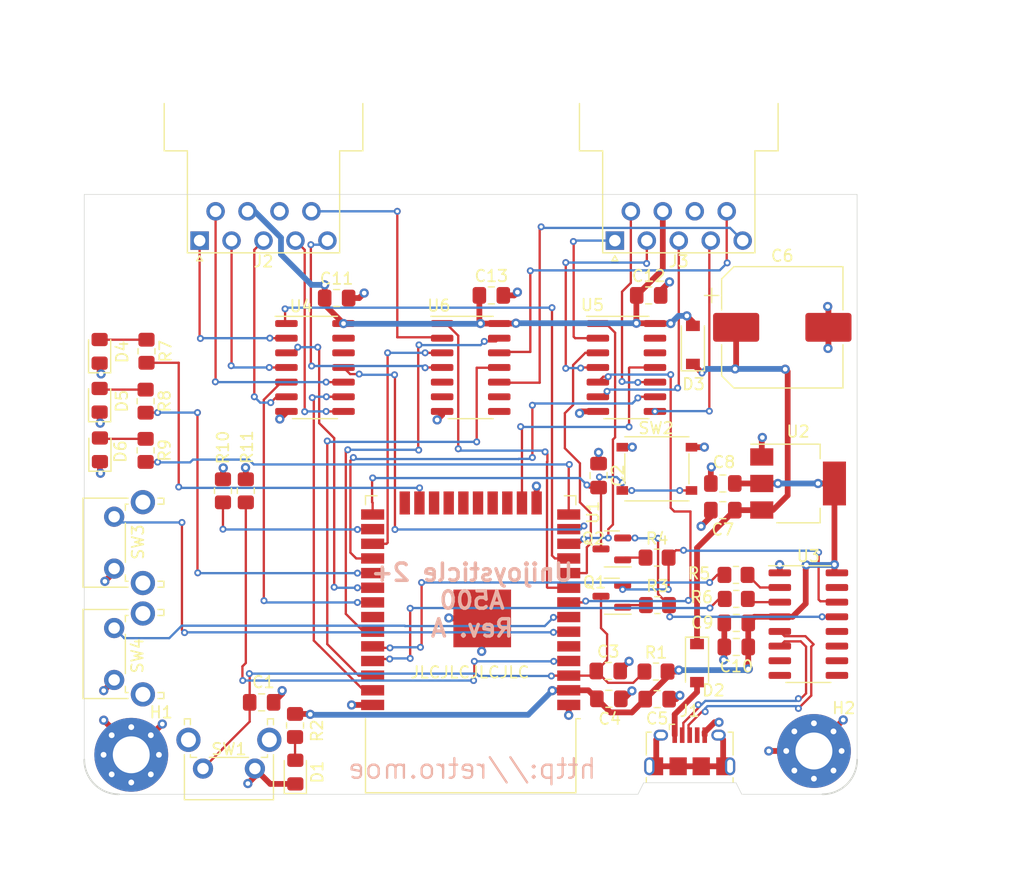
<source format=kicad_pcb>
(kicad_pcb (version 20211014) (generator pcbnew)
  (title_block (title "Unijoysticle 2+ A500") (date "2022-04-23") (rev "A") (company "Retro Moe"))
  (layers (0 "F.Cu" signal) (1 "In1.Cu" power) (2 "In2.Cu" power) (31 "B.Cu" signal) (34 "B.Paste" user) (35 "F.Paste" user) (36 "B.SilkS" user "B.Silkscreen") (37 "F.SilkS" user "F.Silkscreen") (38 "B.Mask" user) (39 "F.Mask" user) (44 "Edge.Cuts" user))
  (net 0 "")
  (net 1 "Net-(C6-Pad1)")
  (net 2 "/ESP32/ESP_EN")
  (net 3 "+3V3")
  (net 4 "VBUS")
  (net 5 "GPIO_BOOTSTRAP_04")
  (net 6 "/ESP32/ESP_BOOT")
  (net 7 "Net-(D4-Pad2)")
  (net 8 "Net-(D1-Pad2)")
  (net 9 "/USB Serial & Power/USBD-")
  (net 10 "/USB Serial & Power/USBD+")
  (net 11 "RTS_PROG")
  (net 12 "DTR_PROG")
  (net 13 "Net-(R5-Pad2)")
  (net 14 "Net-(R6-Pad2)")
  (net 15 "+5V")
  (net 16 "Net-(Q1-Pad1)")
  (net 17 "Net-(Q2-Pad1)")
  (net 18 "UART_TX")
  (net 19 "UART_RX")
  (net 20 "GPIO_39")
  (net 21 "GPIO_SWITCH_USER1")
  (net 22 "GPIO_SWITCH_USER2")
  (net 23 "GPIO_J2_LEFT")
  (net 24 "GPIO_J1_POTX")
  (net 25 "GPIO_J2_DOWN")
  (net 26 "GPIO_J1_UP")
  (net 27 "GPIO_J2_UP")
  (net 28 "GPIO_J1_FIRE")
  (net 29 "GPIO_LED_J2")
  (net 30 "GPIO_J2_FIRE")
  (net 31 "GPIO_LED_BT")
  (net 32 "GPIO_J1_POTY")
  (net 33 "GPIO_J2_RIGHT")
  (net 34 "GPIO_LED_J1")
  (net 35 "GPIO_J1_DOWN")
  (net 36 "GPIO_J1_LEFT")
  (net 37 "GPIO_J2_POTX")
  (net 38 "GPIO_J2_POTY")
  (net 39 "GPIO_J1_RIGHT")
  (net 40 "Net-(D6-Pad2)")
  (net 41 "/Amiga Ports/J1_UP")
  (net 42 "/Amiga Ports/J1_DOWN")
  (net 43 "/Amiga Ports/J1_LEFT")
  (net 44 "/Amiga Ports/J1_RIGHT")
  (net 45 "/Amiga Ports/J1_POTY")
  (net 46 "/Amiga Ports/J1_FIRE")
  (net 47 "/Amiga Ports/J1_POTX")
  (net 48 "/Amiga Ports/J2_UP")
  (net 49 "/Amiga Ports/J2_DOWN")
  (net 50 "/Amiga Ports/J2_LEFT")
  (net 51 "/Amiga Ports/J2_RIGHT")
  (net 52 "/Amiga Ports/J2_POTY")
  (net 53 "/Amiga Ports/J2_FIRE")
  (net 54 "/Amiga Ports/J2_POTX")
  (net 55 "Net-(D5-Pad2)")
  (net 57 "unconnected-(J1-Pad6)")
  (net 73 "GND")
  (net 74 "GPIO_BOOTSTRAP_36")
  (footprint "Connector_USB:USB_Micro-B_Amphenol_10118194_Horizontal" (layer "F.Cu") (at 132.4864 144.2728)
    (fp_text reference "J1")
    (fp_text value "USB_B_Micro")
  )
  (footprint "Connector_Dsub:DSUB-9_Female_Horizontal_P2.77x2.54mm_EdgePinOffset9.40mm" (layer "F.Cu") (at 90 100 180)
    (fp_text reference "J2")
    (fp_text value "PORT JOY #1")
  )
  (footprint "RF_Module:ESP32-WROOM-32" (layer "F.Cu") (at 113.5 132 180)
    (fp_text reference "U1")
    (fp_text value "ESP32-WROOM-32E")
  )
  (footprint "Package_SO:SOIC-16_3.9x9.9mm_P1.27mm" (layer "F.Cu") (at 142.7734 133.2484)
    (fp_text reference "U3")
    (fp_text value "CH340C")
  )
  (footprint "Package_SO:SOIC-14_3.9x8.7mm_P1.27mm" (layer "F.Cu") (at 100 111)
    (fp_text reference "U4")
    (fp_text value "74HC05")
  )
  (footprint "Package_TO_SOT_SMD:SOT-223-3_TabPin2" (layer "F.Cu") (at 141.8844 121.0564)
    (fp_text reference "U2")
    (fp_text value "AMS1117-3.3")
  )
  (footprint "MountingHole:MountingHole_3.2mm_M3_Pad_Via" (layer "F.Cu") (at 84.074 144.5768)
    (fp_text reference "H1")
    (fp_text value "MountingHole_Pad")
  )
  (footprint "MountingHole:MountingHole_3.2mm_M3_Pad_Via" (layer "F.Cu") (at 143.256 144.2466)
    (fp_text reference "H2")
    (fp_text value "MountingHole_Pad")
  )
  (footprint "Package_SO:SOIC-14_3.9x8.7mm_P1.27mm" (layer "F.Cu") (at 113.5 111)
    (fp_text reference "U6")
    (fp_text value "74HC05")
  )
  (footprint "Package_SO:SOIC-14_3.9x8.7mm_P1.27mm" (layer "F.Cu") (at 127 111)
    (fp_text reference "U5")
    (fp_text value "74HC05")
  )
  (footprint "Package_TO_SOT_SMD:SOT-23" (layer "F.Cu") (at 125.735 130.83 180)
    (fp_text reference "Q1")
    (fp_text value "S8050")
  )
  (footprint "Package_TO_SOT_SMD:SOT-23" (layer "F.Cu") (at 125.735 126.73 180)
    (fp_text reference "Q2")
    (fp_text value "S8050")
  )
  (footprint "Connector_Dsub:DSUB-9_Female_Horizontal_P2.77x2.54mm_EdgePinOffset9.40mm" (layer "F.Cu") (at 126 100 180)
    (fp_text reference "J3")
    (fp_text value "PORT JOY #2")
  )
  (footprint "Resistor_SMD:R_0805_2012Metric_Pad1.20x1.40mm_HandSolder" (layer "F.Cu") (at 85.3948 109.5916 -90)
    (fp_text reference "R7")
    (fp_text value "1.5K")
  )
  (footprint "LED_SMD:LED_0805_2012Metric_Pad1.15x1.40mm_HandSolder" (layer "F.Cu") (at 81.3308 109.601 90)
    (fp_text reference "D4")
    (fp_text value "BLUE")
  )
  (footprint "LED_SMD:LED_0805_2012Metric_Pad1.15x1.40mm_HandSolder" (layer "F.Cu") (at 81.3562 118.1354 90)
    (fp_text reference "D6")
    (fp_text value "RED")
  )
  (footprint "Resistor_SMD:R_0805_2012Metric_Pad1.20x1.40mm_HandSolder" (layer "F.Cu") (at 92.0242 121.6914 -90)
    (fp_text reference "R10")
    (fp_text value "0")
  )
  (footprint "Resistor_SMD:R_0805_2012Metric_Pad1.20x1.40mm_HandSolder" (layer "F.Cu") (at 129.5654 137.3632)
    (fp_text reference "R1")
    (fp_text value "10k")
  )
  (footprint "Resistor_SMD:R_0805_2012Metric_Pad1.20x1.40mm_HandSolder" (layer "F.Cu") (at 136.525 131.064)
    (fp_text reference "R6")
    (fp_text value "1k")
  )
  (footprint "Button_Switch_THT:SW_Tactile_SPST_Angled_PTS645Vx39-2LFS" (layer "F.Cu") (at 94.7928 145.7706 180)
    (fp_text reference "SW1")
    (fp_text value "RESET")
  )
  (footprint "Button_Switch_THT:SW_Tactile_SPST_Angled_PTS645Vx39-2LFS" (layer "F.Cu") (at 82.5927 128.4368 90)
    (fp_text reference "SW3")
    (fp_text value "USER1")
  )
  (footprint "Capacitor_SMD:C_0805_2012Metric_Pad1.18x1.45mm_HandSolder" (layer "F.Cu") (at 135.3566 123.3678 180)
    (fp_text reference "C7")
    (fp_text value "22uF")
  )
  (footprint "Capacitor_SMD:C_0805_2012Metric_Pad1.18x1.45mm_HandSolder" (layer "F.Cu") (at 101.8794 104.9782)
    (fp_text reference "C11")
    (fp_text value ".1uF")
  )
  (footprint "Capacitor_SMD:C_0805_2012Metric_Pad1.18x1.45mm_HandSolder" (layer "F.Cu") (at 125.476 139.7254)
    (fp_text reference "C4")
    (fp_text value ".1uF")
  )
  (footprint "Capacitor_SMD:C_0805_2012Metric_Pad1.18x1.45mm_HandSolder" (layer "F.Cu") (at 95.377 140.0302 180)
    (fp_text reference "C1")
    (fp_text value ".1uF")
  )
  (footprint "Capacitor_SMD:C_0805_2012Metric_Pad1.18x1.45mm_HandSolder" (layer "F.Cu") (at 124.587 120.3706 -90)
    (fp_text reference "C2")
    (fp_text value ".1uF")
  )
  (footprint "LED_SMD:LED_0805_2012Metric_Pad1.15x1.40mm_HandSolder" (layer "F.Cu") (at 81.3308 113.8428 90)
    (fp_text reference "D5")
    (fp_text value "GREEN")
  )
  (footprint "Resistor_SMD:R_0805_2012Metric_Pad1.20x1.40mm_HandSolder" (layer "F.Cu") (at 129.6924 131.5974)
    (fp_text reference "R3")
    (fp_text value "10k")
  )
  (footprint "Capacitor_SMD:C_0805_2012Metric_Pad1.18x1.45mm_HandSolder" (layer "F.Cu") (at 136.525 135.2296 180)
    (fp_text reference "C10")
    (fp_text value "1uF")
  )
  (footprint "Diode_SMD:D_SOD-123" (layer "F.Cu") (at 133.1214 136.6266 -90)
    (fp_text reference "D2")
    (fp_text value "1N5819")
  )
  (footprint "Capacitor_SMD:C_0805_2012Metric_Pad1.18x1.45mm_HandSolder" (layer "F.Cu") (at 136.525 133.1468 180)
    (fp_text reference "C9")
    (fp_text value ".1uF")
  )
  (footprint "Capacitor_SMD:C_0805_2012Metric_Pad1.18x1.45mm_HandSolder" (layer "F.Cu") (at 129.667 139.7508 180)
    (fp_text reference "C5")
    (fp_text value "22uF")
  )
  (footprint "Button_Switch_THT:SW_Tactile_SPST_Angled_PTS645Vx39-2LFS" (layer "F.Cu") (at 82.5927 138.0888 90)
    (fp_text reference "SW4")
    (fp_text value "USER2")
  )
  (footprint "Resistor_SMD:R_0805_2012Metric_Pad1.20x1.40mm_HandSolder" (layer "F.Cu") (at 85.3186 113.919 -90)
    (fp_text reference "R8")
    (fp_text value "1.5K")
  )
  (footprint "Resistor_SMD:R_0805_2012Metric_Pad1.20x1.40mm_HandSolder" (layer "F.Cu") (at 129.6576 127.4826)
    (fp_text reference "R4")
    (fp_text value "10k")
  )
  (footprint "Capacitor_SMD:CP_Elec_10x10" (layer "F.Cu") (at 140.5128 107.5182)
    (fp_text reference "C6")
    (fp_text value "1000uF")
  )
  (footprint "Resistor_SMD:R_0805_2012Metric_Pad1.20x1.40mm_HandSolder" (layer "F.Cu") (at 85.3186 118.1862 -90)
    (fp_text reference "R9")
    (fp_text value "1.5K")
  )
  (footprint "Resistor_SMD:R_0805_2012Metric_Pad1.20x1.40mm_HandSolder" (layer "F.Cu") (at 94.0054 121.6914 -90)
    (fp_text reference "R11")
    (fp_text value "0")
  )
  (footprint "Resistor_SMD:R_0805_2012Metric_Pad1.20x1.40mm_HandSolder" (layer "F.Cu") (at 98.2726 142.0368 90)
    (fp_text reference "R2")
    (fp_text value "1.5K")
  )
  (footprint "Capacitor_SMD:C_0805_2012Metric_Pad1.18x1.45mm_HandSolder" (layer "F.Cu") (at 135.3566 121.0564 180)
    (fp_text reference "C8")
    (fp_text value "22uF")
  )
  (footprint "LED_SMD:LED_0805_2012Metric_Pad1.15x1.40mm_HandSolder" (layer "F.Cu") (at 98.298 146.0754 90)
    (fp_text reference "D1")
    (fp_text value "PWR")
  )
  (footprint "Resistor_SMD:R_0805_2012Metric_Pad1.20x1.40mm_HandSolder" (layer "F.Cu") (at 136.4996 128.9812)
    (fp_text reference "R5")
    (fp_text value "1k")
  )
  (footprint "Capacitor_SMD:C_0805_2012Metric_Pad1.18x1.45mm_HandSolder" (layer "F.Cu") (at 125.4252 137.3124)
    (fp_text reference "C3")
    (fp_text value "10uF")
  )
  (footprint "Capacitor_SMD:C_0805_2012Metric_Pad1.18x1.45mm_HandSolder" (layer "F.Cu") (at 128.9304 104.7496)
    (fp_text reference "C12")
    (fp_text value ".1uF")
  )
  (footprint "Diode_SMD:D_SOD-123" (layer "F.Cu") (at 132.7658 109.0422 90)
    (fp_text reference "D3")
    (fp_text value "1N5819")
  )
  (footprint "Unijoysticle:SW_Push_1P1T_NO_5.1x5.1mm" (layer "F.Cu") (at 129.6416 119.7864)
    (fp_text reference "SW2")
    (fp_text value "BOOT")
  )
  (footprint "Capacitor_SMD:C_0805_2012Metric_Pad1.18x1.45mm_HandSolder" (layer "F.Cu") (at 115.2906 104.7496)
    (fp_text reference "C13")
    (fp_text value ".1uF")
  )
  (gr_line (start 80 96) (end 80 145) (layer "Edge.Cuts") (width 0.05))
  (gr_line (start 83 148) (end 128 148) (layer "Edge.Cuts") (width 0.05))
  (gr_line (start 147 96) (end 80 96) (layer "Edge.Cuts") (width 0.05))
  (gr_line (start 147 145) (end 147 96) (layer "Edge.Cuts") (width 0.05))
  (gr_line (start 137 148) (end 144 148) (layer "Edge.Cuts") (width 0.05))
  (gr_line (start 136.5 147) (end 137 148) (layer "Edge.Cuts") (width 0.05))
  (gr_arc (start 83 148) (mid 80.87868 147.12132) (end 80 145) (layer "Edge.Cuts") (width 0.15))
  (gr_arc (start 147 145) (mid 146.12132 147.12132) (end 144 148) (layer "Edge.Cuts") (width 0.15))
  (gr_line (start 128.5 147) (end 136.5 147) (layer "Edge.Cuts") (width 0.05))
  (gr_line (start 128.5 147) (end 128 148) (layer "Edge.Cuts") (width 0.05))
  (gr_text "Unijoysticle 2+\nA500\nRev. A" (at 113.62 131.185) (layer "B.SilkS") (effects (font (size 1.5 1.5) (thickness 0.3)) (justify mirror)))
  (gr_text "http://retro.moe" (at 113.62 145.79) (layer "B.SilkS") (effects (font (size 1.7 1.7) (thickness 0.2)) (justify mirror)))
  (gr_text "JLCJLCJLCJLC" (at 113.435 137.43) (layer "F.SilkS") (effects (font (size 1 1))))
  (segment (start 133.1214 134.9766) (end 133.1214 126.6405) (width 0.5) (layer "F.Cu") (net 1))
  (segment (start 133.5532 111.4806) (end 133.5532 111.4796) (width 0.5) (layer "F.Cu") (net 1))
  (segment (start 136.3941 123.3678) (end 138.723 123.3678) (width 0.5) (layer "F.Cu") (net 1))
  (segment (start 140.981311 122.086489) (end 139.7114 123.3564) (width 0.5) (layer "F.Cu") (net 1))
  (segment (start 136.5128 111.0356) (end 136.4234 111.125) (width 0.5) (layer "F.Cu") (net 1))
  (segment (start 140.7668 111.1504) (end 140.981311 111.364911) (width 0.5) (layer "F.Cu") (net 1))
  (segment (start 140.981311 111.364911) (end 140.981311 122.086489) (width 0.5) (layer "F.Cu") (net 1))
  (segment (start 133.5532 111.4796) (end 132.7658 110.6922) (width 0.5) (layer "F.Cu") (net 1))
  (segment (start 138.723 123.3678) (end 138.7344 123.3564) (width 0.5) (layer "F.Cu") (net 1))
  (segment (start 136.5128 107.5182) (end 136.5128 111.0356) (width 0.5) (layer "F.Cu") (net 1))
  (segment (start 133.1214 126.6405) (end 136.3941 123.3678) (width 0.5) (layer "F.Cu") (net 1))
  (via (at 140.7668 111.1504) (size 0.8) (drill 0.4) (layers "F.Cu" "B.Cu") (net 1))
  (via (at 136.4234 111.125) (size 0.8) (drill 0.4) (layers "F.Cu" "B.Cu") (net 1))
  (via (at 133.5532 111.4806) (size 0.6) (drill 0.3) (layers "F.Cu" "B.Cu") (net 1))
  (segment (start 136.4234 111.125) (end 140.7414 111.125) (width 0.5) (layer "B.Cu") (net 1))
  (segment (start 136.4234 111.125) (end 133.9088 111.125) (width 0.5) (layer "B.Cu") (net 1))
  (segment (start 140.7414 111.125) (end 140.7668 111.1504) (width 0.5) (layer "B.Cu") (net 1))
  (segment (start 133.9088 111.125) (end 133.5532 111.4806) (width 0.5) (layer "B.Cu") (net 1))
  (segment (start 125.32472 134.12392) (end 125.32472 136.37538) (width 0.2) (layer "F.Cu") (net 2))
  (segment (start 94.3395 140.0302) (end 94.3395 141.7027) (width 0.2) (layer "F.Cu") (net 2))
  (segment (start 124.3877 137.3124) (end 123.9851 137.715) (width 0.2) (layer "F.Cu") (net 2))
  (segment (start 125.32472 136.37538) (end 124.3877 137.3124) (width 0.2) (layer "F.Cu") (net 2))
  (segment (start 94.3395 140.0302) (end 94.3395 137.5703) (width 0.2) (layer "F.Cu") (net 2))
  (segment (start 91.9734 144.09) (end 90.2928 145.7706) (width 0.2) (layer "F.Cu") (net 2))
  (segment (start 94.3395 141.7027) (end 91.9734 144.0688) (width 0.2) (layer "F.Cu") (net 2))
  (segment (start 128.5654 137.3632) (end 127.59168 138.33692) (width 0.2) (layer "F.Cu") (net 2))
  (segment (start 94.3395 137.5703) (end 94.3102 137.541) (width 0.2) (layer "F.Cu") (net 2))
  (segment (start 123.9851 137.715) (end 122 137.715) (width 0.2) (layer "F.Cu") (net 2))
  (segment (start 120.5268 137.715) (end 120.4976 137.7442) (width 0.2) (layer "F.Cu") (net 2))
  (segment (start 127.59168 138.33692) (end 125.41222 138.33692) (width 0.2) (layer "F.Cu") (net 2))
  (segment (start 122 137.715) (end 120.5268 137.715) (width 0.2) (layer "F.Cu") (net 2))
  (segment (start 124.7975 133.5967) (end 125.32472 134.12392) (width 0.2) (layer "F.Cu") (net 2))
  (segment (start 91.9734 144.0688) (end 91.9734 144.09) (width 0.2) (layer "F.Cu") (net 2))
  (segment (start 125.41222 138.33692) (end 124.3877 137.3124) (width 0.2) (layer "F.Cu") (net 2))
  (segment (start 124.7975 130.83) (end 124.7975 133.5967) (width 0.2) (layer "F.Cu") (net 2))
  (via (at 120.4976 137.7442) (size 0.6) (drill 0.3) (layers "F.Cu" "B.Cu") (net 2))
  (via (at 94.3102 137.541) (size 0.6) (drill 0.3) (layers "F.Cu" "B.Cu") (net 2))
  (segment (start 113.999638 137.541) (end 94.3102 137.541) (width 0.2) (layer "B.Cu") (net 2))
  (segment (start 120.4976 137.7442) (end 114.202838 137.7442) (width 0.2) (layer "B.Cu") (net 2))
  (segment (start 114.202838 137.7442) (end 113.999638 137.541) (width 0.2) (layer "B.Cu") (net 2))
  (segment (start 142.5448 128.5494) (end 142.5448 128.1684) (width 0.5) (layer "F.Cu") (net 3))
  (segment (start 138.7344 121.0564) (end 140.1318 121.0564) (width 0.5) (layer "F.Cu") (net 3))
  (segment (start 137.5625 137.1307) (end 137.5664 137.1346) (width 0.5) (layer "F.Cu") (net 3))
  (segment (start 140.2984 132.6134) (end 141.4018 132.6134) (width 0.5) (layer "F.Cu") (net 3))
  (segment (start 99.5586 141.0368) (end 99.5934 141.0716) (width 0.5) (layer "F.Cu") (net 3))
  (segment (start 142.5448 131.4704) (end 142.5448 128.5494) (width 0.5) (layer "F.Cu") (net 3))
  (segment (start 120.603 138.985) (end 120.5738 139.0142) (width 0.5) (layer "F.Cu") (net 3))
  (segment (start 131.4196 137.3632) (end 131.5466 137.2362) (width 0.5) (layer "F.Cu") (net 3))
  (segment (start 137.5625 135.2296) (end 137.5625 137.1307) (width 0.5) (layer "F.Cu") (net 3))
  (segment (start 141.4018 132.6134) (end 142.5448 131.4704) (width 0.5) (layer "F.Cu") (net 3))
  (segment (start 122 138.985) (end 120.603 138.985) (width 0.5) (layer "F.Cu") (net 3))
  (segment (start 130.5654 137.3632) (end 131.4196 137.3632) (width 0.5) (layer "F.Cu") (net 3))
  (segment (start 128.6295 139.7508) (end 127.48038 140.89992) (width 0.5) (layer "F.Cu") (net 3))
  (segment (start 137.5625 133.1468) (end 137.5625 135.2296) (width 0.5) (layer "F.Cu") (net 3))
  (segment (start 143.6116 121.0564) (end 145.0344 121.0564) (width 0.5) (layer "F.Cu") (net 3))
  (segment (start 145.0344 121.0564) (end 145.0344 128.0926) (width 0.5) (layer "F.Cu") (net 3))
  (segment (start 130.5654 137.3632) (end 130.5654 137.8149) (width 0.5) (layer "F.Cu") (net 3))
  (segment (start 142.5448 128.1684) (end 142.5956 128.1176) (width 0.5) (layer "F.Cu") (net 3))
  (segment (start 127.48038 140.89992) (end 125.61302 140.89992) (width 0.5) (layer "F.Cu") (net 3))
  (segment (start 130.5654 137.8149) (end 128.6295 139.7508) (width 0.5) (layer "F.Cu") (net 3))
  (segment (start 140.2984 132.6134) (end 138.0959 132.6134) (width 0.5) (layer "F.Cu") (net 3))
  (segment (start 145.2484 128.8034) (end 145.0344 128.5894) (width 0.5) (layer "F.Cu") (net 3))
  (segment (start 124.4385 139.7254) (end 123.6981 138.985) (width 0.5) (layer "F.Cu") (net 3))
  (segment (start 125.61302 140.89992) (end 124.4385 139.7254) (width 0.5) (layer "F.Cu") (net 3))
  (segment (start 136.3941 121.0564) (end 138.7344 121.0564) (width 0.5) (layer "F.Cu") (net 3))
  (segment (start 123.6981 138.985) (end 122 138.985) (width 0.5) (layer "F.Cu") (net 3))
  (segment (start 98.2726 141.0368) (end 99.5586 141.0368) (width 0.5) (layer "F.Cu") (net 3))
  (segment (start 138.0959 132.6134) (end 137.5625 133.1468) (width 0.5) (layer "F.Cu") (net 3))
  (segment (start 145.0344 128.5894) (end 145.0344 128.0926) (width 0.5) (layer "F.Cu") (net 3))
  (via (at 131.5466 137.2362) (size 0.8) (drill 0.4) (layers "F.Cu" "B.Cu") (net 3))
  (via (at 145.0344 128.0926) (size 0.8) (drill 0.4) (layers "F.Cu" "B.Cu") (net 3))
  (via (at 140.1318 121.0564) (size 0.8) (drill 0.4) (layers "F.Cu" "B.Cu") (net 3))
  (via (at 137.5664 137.1346) (size 0.8) (drill 0.4) (layers "F.Cu" "B.Cu") (net 3))
  (via (at 142.5956 128.1176) (size 0.8) (drill 0.4) (layers "F.Cu" "B.Cu") (net 3))
  (via (at 99.5934 141.0716) (size 0.8) (drill 0.4) (layers "F.Cu" "B.Cu") (net 3))
  (via (at 120.5738 139.0142) (size 0.8) (drill 0.4) (layers "F.Cu" "B.Cu") (net 3))
  (via (at 143.6116 121.0564) (size 0.8) (drill 0.4) (layers "F.Cu" "B.Cu") (net 3))
  (segment (start 137.4648 137.2362) (end 137.5664 137.1346) (width 0.5) (layer "B.Cu") (net 3))
  (segment (start 131.5466 137.2362) (end 137.4648 137.2362) (width 0.5) (layer "B.Cu") (net 3))
  (segment (start 99.630111 141.108311) (end 118.479689 141.108311) (width 0.5) (layer "B.Cu") (net 3))
  (segment (start 142.5956 128.1176) (end 145.0094 128.1176) (width 0.5) (layer "B.Cu") (net 3))
  (segment (start 140.1318 121.0564) (end 143.6116 121.0564) (width 0.5) (layer "B.Cu") (net 3))
  (segment (start 118.479689 141.108311) (end 120.5738 139.0142) (width 0.5) (layer "B.Cu") (net 3))
  (segment (start 99.5934 141.0716) (end 99.630111 141.108311) (width 0.5) (layer "B.Cu") (net 3))
  (segment (start 145.0094 128.1176) (end 145.0344 128.0926) (width 0.5) (layer "B.Cu") (net 3))
  (segment (start 131.1864 142.8728) (end 131.1864 141.07067) (width 0.5) (layer "F.Cu") (net 4))
  (segment (start 131.1864 141.07067) (end 133.1214 139.13567) (width 0.5) (layer "F.Cu") (net 4))
  (segment (start 133.1214 139.13567) (end 133.1214 138.2766) (width 0.5) (layer "F.Cu") (net 4))
  (segment (start 103.712 125.015) (end 103.6828 125.0442) (width 0.2) (layer "F.Cu") (net 5))
  (segment (start 105 125.015) (end 103.712 125.015) (width 0.2) (layer "F.Cu") (net 5))
  (segment (start 92.0242 125.0188) (end 92.0242 122.6914) (width 0.2) (layer "F.Cu") (net 5))
  (via (at 103.6828 125.0442) (size 0.6) (drill 0.3) (layers "F.Cu" "B.Cu") (net 5))
  (via (at 92.0242 125.0188) (size 0.6) (drill 0.3) (layers "F.Cu" "B.Cu") (net 5))
  (segment (start 92.0496 125.0442) (end 92.0242 125.0188) (width 0.2) (layer "B.Cu") (net 5))
  (segment (start 103.6828 125.0442) (end 92.0496 125.0442) (width 0.2) (layer "B.Cu") (net 5))
  (segment (start 132.6416 121.6614) (end 131.6274 121.6614) (width 0.2) (layer "F.Cu") (net 6))
  (segment (start 124.7975 121.6186) (end 124.587 121.4081) (width 0.2) (layer "F.Cu") (net 6))
  (segment (start 104.9528 122.682) (end 105 122.7292) (width 0.2) (layer "F.Cu") (net 6))
  (segment (start 124.6632 120.4976) (end 124.6632 121.3319) (width 0.2) (layer "F.Cu") (net 6))
  (segment (start 126.6416 121.6614) (end 126.6416 120.983) (width 0.2) (layer "F.Cu") (net 6))
  (segment (start 124.6632 121.3319) (end 124.587 121.4081) (width 0.2) (layer "F.Cu") (net 6))
  (segment (start 124.587 121.4081) (end 123.7957 121.4081) (width 0.2) (layer "F.Cu") (net 6))
  (segment (start 127.4572 121.666) (end 126.6462 121.666) (width 0.2) (layer "F.Cu") (net 6))
  (segment (start 105 122.7292) (end 105 123.745) (width 0.2) (layer "F.Cu") (net 6))
  (segment (start 104.9528 120.6246) (end 104.9528 122.682) (width 0.2) (layer "F.Cu") (net 6))
  (segment (start 126.6416 120.983) (end 126.6444 120.9802) (width 0.2) (layer "F.Cu") (net 6))
  (segment (start 131.6274 121.6614) (end 131.6228 121.666) (width 0.2) (layer "F.Cu") (net 6))
  (segment (start 126.6462 121.666) (end 126.6416 121.6614) (width 0.2) (layer "F.Cu") (net 6))
  (segment (start 123.7957 121.4081) (end 123.571 121.1834) (width 0.2) (layer "F.Cu") (net 6))
  (segment (start 105.0036 120.5738) (end 104.9528 120.6246) (width 0.2) (layer "F.Cu") (net 6))
  (segment (start 124.7975 126.73) (end 124.7975 121.6186) (width 0.2) (layer "F.Cu") (net 6))
  (via (at 123.571 121.1834) (size 0.6) (drill 0.3) (layers "F.Cu" "B.Cu") (net 6))
  (via (at 124.6632 120.4976) (size 0.6) (drill 0.3) (layers "F.Cu" "B.Cu") (net 6))
  (via (at 131.6228 121.666) (size 0.6) (drill 0.3) (layers "F.Cu" "B.Cu") (net 6))
  (via (at 126.6444 120.9802) (size 0.6) (drill 0.3) (layers "F.Cu" "B.Cu") (net 6))
  (via (at 127.4572 121.666) (size 0.6) (drill 0.3) (layers "F.Cu" "B.Cu") (net 6))
  (via (at 105.0036 120.5738) (size 0.6) (drill 0.3) (layers "F.Cu" "B.Cu") (net 6))
  (segment (start 131.6228 121.666) (end 127.4572 121.666) (width 0.2) (layer "B.Cu") (net 6))
  (segment (start 122.973089 120.585489) (end 105.015289 120.585489) (width 0.2) (layer "B.Cu") (net 6))
  (segment (start 105.015289 120.585489) (end 105.0036 120.5738) (width 0.2) (layer "B.Cu") (net 6))
  (segment (start 126.6444 120.9802) (end 126.1618 120.4976) (width 0.2) (layer "B.Cu") (net 6))
  (segment (start 126.1618 120.4976) (end 124.6632 120.4976) (width 0.2) (layer "B.Cu") (net 6))
  (segment (start 123.571 121.1834) (end 122.973089 120.585489) (width 0.2) (layer "B.Cu") (net 6))
  (segment (start 85.3948 108.5916) (end 81.3464 108.5916) (width 0.2) (layer "F.Cu") (net 7))
  (segment (start 81.3464 108.5916) (end 81.3308 108.576) (width 0.2) (layer "F.Cu") (net 7))
  (segment (start 98.2726 145.025) (end 98.298 145.0504) (width 0.2) (layer "F.Cu") (net 8))
  (segment (start 98.2726 143.0368) (end 98.2726 145.025) (width 0.2) (layer "F.Cu") (net 8))
  (segment (start 142.116201 134.743401) (end 140.708399 134.743401) (width 0.2) (layer "F.Cu") (net 9))
  (segment (start 131.9364 141.811401) (end 133.227279 140.520522) (width 0.2) (layer "F.Cu") (net 9))
  (segment (start 131.9364 142.2978) (end 131.9364 141.811401) (width 0.2) (layer "F.Cu") (net 9))
  (segment (start 140.708399 134.743401) (end 140.2984 135.1534) (width 0.2) (layer "F.Cu") (net 9))
  (segment (start 141.9098 139.7068) (end 142.123403 139.7068) (width 0.2) (layer "F.Cu") (net 9))
  (segment (start 142.573799 135.200999) (end 142.116201 134.743401) (width 0.2) (layer "F.Cu") (net 9))
  (segment (start 133.227279 140.520522) (end 133.227279 140.237679) (width 0.2) (layer "F.Cu") (net 9))
  (segment (start 131.8364 142.3978) (end 131.9364 142.2978) (width 0.2) (layer "F.Cu") (net 9))
  (segment (start 131.8364 142.8728) (end 131.8364 142.3978) (width 0.2) (layer "F.Cu") (net 9))
  (segment (start 142.123403 139.7068) (end 142.573799 139.256404) (width 0.2) (layer "F.Cu") (net 9))
  (segment (start 142.573799 139.256404) (end 142.573799 135.200999) (width 0.2) (layer "F.Cu") (net 9))
  (via (at 133.227279 140.237679) (size 0.6) (drill 0.3) (layers "F.Cu" "B.Cu") (net 9))
  (via (at 141.9098 139.7068) (size 0.6) (drill 0.3) (layers "F.Cu" "B.Cu") (net 9))
  (segment (start 133.841002 139.906799) (end 141.709801 139.906799) (width 0.2) (layer "B.Cu") (net 9))
  (segment (start 141.709801 139.906799) (end 141.9098 139.7068) (width 0.2) (layer "B.Cu") (net 9))
  (segment (start 133.227279 140.237679) (end 133.510122 140.237679) (width 0.2) (layer "B.Cu") (net 9))
  (segment (start 133.510122 140.237679) (end 133.841002 139.906799) (width 0.2) (layer "B.Cu") (net 9))
  (segment (start 132.4864 142.8728) (end 132.4864 142.3978) (width 0.2) (layer "F.Cu") (net 10))
  (segment (start 132.3864 142.2978) (end 132.3864 141.997799) (width 0.2) (layer "F.Cu") (net 10))
  (segment (start 141.9098 140.5568) (end 143.023801 139.442799) (width 0.2) (layer "F.Cu") (net 10))
  (segment (start 132.3864 141.997799) (end 133.545478 140.838721) (width 0.2) (layer "F.Cu") (net 10))
  (segment (start 143.2238 135.001) (end 142.516199 134.293399) (width 0.2) (layer "F.Cu") (net 10))
  (segment (start 132.4864 142.3978) (end 132.3864 142.2978) (width 0.2) (layer "F.Cu") (net 10))
  (segment (start 142.516199 134.293399) (end 140.708399 134.293399) (width 0.2) (layer "F.Cu") (net 10))
  (segment (start 133.545478 140.838721) (end 133.828321 140.838721) (width 0.2) (layer "F.Cu") (net 10))
  (segment (start 143.023801 139.442799) (end 143.023801 135.200999) (width 0.2) (layer "F.Cu") (net 10))
  (segment (start 143.023801 135.200999) (end 143.2238 135.001) (width 0.2) (layer "F.Cu") (net 10))
  (segment (start 140.708399 134.293399) (end 140.2984 133.8834) (width 0.2) (layer "F.Cu") (net 10))
  (via (at 141.9098 140.5568) (size 0.6) (drill 0.3) (layers "F.Cu" "B.Cu") (net 10))
  (via (at 133.828321 140.838721) (size 0.6) (drill 0.3) (layers "F.Cu" "B.Cu") (net 10))
  (segment (start 133.828321 140.555878) (end 134.027398 140.356801) (width 0.2) (layer "B.Cu") (net 10))
  (segment (start 133.828321 140.838721) (end 133.828321 140.555878) (width 0.2) (layer "B.Cu") (net 10))
  (segment (start 141.709801 140.356801) (end 141.9098 140.5568) (width 0.2) (layer "B.Cu") (net 10))
  (segment (start 134.027398 140.356801) (end 141.709801 140.356801) (width 0.2) (layer "B.Cu") (net 10))
  (segment (start 144.831483 131.2672) (end 143.8148 131.2672) (width 0.2) (layer "F.Cu") (net 11))
  (segment (start 143.8148 131.2672) (end 143.6624 131.1148) (width 0.2) (layer "F.Cu") (net 11))
  (segment (start 130.6576 127.4826) (end 130.6576 130.2157) (width 0.2) (layer "F.Cu") (net 11))
  (segment (start 131.2926 126.8476) (end 130.6576 127.4826) (width 0.2) (layer "F.Cu") (net 11))
  (segment (start 130.6576 130.2157) (end 130.6322 130.2411) (width 0.2) (layer "F.Cu") (net 11))
  (segment (start 143.6624 131.1148) (end 143.6624 127.0254) (width 0.2) (layer "F.Cu") (net 11))
  (segment (start 131.953 126.8476) (end 131.2926 126.8476) (width 0.2) (layer "F.Cu") (net 11))
  (segment (start 144.907683 131.3434) (end 144.831483 131.2672) (width 0.2) (layer "F.Cu") (net 11))
  (segment (start 145.2484 131.3434) (end 144.907683 131.3434) (width 0.2) (layer "F.Cu") (net 11))
  (segment (start 126.6725 130.2411) (end 126.6725 129.88) (width 0.2) (layer "F.Cu") (net 11))
  (via (at 131.953 126.8476) (size 0.6) (drill 0.3) (layers "F.Cu" "B.Cu") (net 11))
  (via (at 126.6725 130.2411) (size 0.6) (drill 0.3) (layers "F.Cu" "B.Cu") (net 11))
  (via (at 143.6624 127.0254) (size 0.6) (drill 0.3) (layers "F.Cu" "B.Cu") (net 11))
  (via (at 130.6322 130.2411) (size 0.6) (drill 0.3) (layers "F.Cu" "B.Cu") (net 11))
  (segment (start 143.6624 127.0254) (end 143.521689 126.884689) (width 0.2) (layer "B.Cu") (net 11))
  (segment (start 131.990089 126.884689) (end 131.953 126.8476) (width 0.2) (layer "B.Cu") (net 11))
  (segment (start 143.521689 126.884689) (end 131.990089 126.884689) (width 0.2) (layer "B.Cu") (net 11))
  (segment (start 130.6322 130.2411) (end 126.6725 130.2411) (width 0.2) (layer "B.Cu") (net 11))
  (segment (start 129.7432 130.6482) (end 129.7432 125.8062) (width 0.2) (layer "F.Cu") (net 12))
  (segment (start 126.6733 125.7808) (end 126.6725 125.78) (width 0.2) (layer "F.Cu") (net 12))
  (segment (start 130.7592 132.6134) (end 130.7592 131.6642) (width 0.2) (layer "F.Cu") (net 12))
  (segment (start 127.7366 125.7808) (end 126.6733 125.7808) (width 0.2) (layer "F.Cu") (net 12))
  (segment (start 145.2484 132.6134) (end 143.9672 132.6134) (width 0.2) (layer "F.Cu") (net 12))
  (segment (start 130.7592 131.6642) (end 130.6924 131.5974) (width 0.2) (layer "F.Cu") (net 12))
  (segment (start 130.6924 131.5974) (end 129.7432 130.6482) (width 0.2) (layer "F.Cu") (net 12))
  (via (at 129.7432 125.8062) (size 0.6) (drill 0.3) (layers "F.Cu" "B.Cu") (net 12))
  (via (at 143.9672 132.6134) (size 0.6) (drill 0.3) (layers "F.Cu" "B.Cu") (net 12))
  (via (at 127.7366 125.7808) (size 0.6) (drill 0.3) (layers "F.Cu" "B.Cu") (net 12))
  (via (at 130.7592 132.6134) (size 0.6) (drill 0.3) (layers "F.Cu" "B.Cu") (net 12))
  (segment (start 127.762 125.8062) (end 127.7366 125.7808) (width 0.2) (layer "B.Cu") (net 12))
  (segment (start 143.9672 132.6134) (end 130.7592 132.6134) (width 0.2) (layer "B.Cu") (net 12))
  (segment (start 129.7432 125.8062) (end 127.762 125.8062) (width 0.2) (layer "B.Cu") (net 12))
  (segment (start 140.2984 130.0734) (end 138.5918 130.0734) (width 0.2) (layer "F.Cu") (net 13))
  (segment (start 138.5918 130.0734) (end 137.4996 128.9812) (width 0.2) (layer "F.Cu") (net 13))
  (segment (start 137.8044 131.3434) (end 137.525 131.064) (width 0.2) (layer "F.Cu") (net 14))
  (segment (start 140.2984 131.3434) (end 137.8044 131.3434) (width 0.2) (layer "F.Cu") (net 14))
  (segment (start 132.7658 107.3922) (end 132.7658 107.0539) (width 0.5) (layer "F.Cu") (net 15))
  (segment (start 100.8419 104.9782) (end 100.8419 103.8391) (width 0.5) (layer "F.Cu") (net 15))
  (segment (start 132.5636 107.19) (end 132.7658 107.3922) (width 0.5) (layer "F.Cu") (net 15))
  (segment (start 115.975 107.19) (end 117.3968 107.19) (width 0.5) (layer "F.Cu") (net 15))
  (segment (start 132.7658 107.0539) (end 132.2395 106.5276) (width 0.5) (layer "F.Cu") (net 15))
  (segment (start 100.8419 104.9782) (end 100.8419 105.5569) (width 0.5) (layer "F.Cu") (net 15))
  (segment (start 129.475 107.19) (end 130.8385 107.19) (width 0.5) (layer "F.Cu") (net 15))
  (segment (start 127.8636 107.1626) (end 129.4476 107.1626) (width 0.5) (layer "F.Cu") (net 15))
  (segment (start 117.3968 107.19) (end 117.4242 107.1626) (width 0.5) (layer "F.Cu") (net 15))
  (segment (start 114.3488 107.19) (end 115.975 107.19) (width 0.5) (layer "F.Cu") (net 15))
  (segment (start 129.4476 107.1626) (end 129.475 107.19) (width 0.5) (layer "F.Cu") (net 15))
  (segment (start 114.2531 107.0943) (end 114.3488 107.19) (width 0.5) (layer "F.Cu") (net 15))
  (segment (start 130.155 102.4875) (end 127.8929 104.7496) (width 0.5) (layer "F.Cu") (net 15))
  (segment (start 127.8636 104.7789) (end 127.8929 104.7496) (width 0.5) (layer "F.Cu") (net 15))
  (segment (start 130.155 97.46) (end 130.155 102.4875) (width 0.5) (layer "F.Cu") (net 15))
  (segment (start 114.2531 104.7496) (end 114.2531 107.0943) (width 0.5) (layer "F.Cu") (net 15))
  (segment (start 127.8636 107.1626) (end 127.8636 104.7789) (width 0.5) (layer "F.Cu") (net 15))
  (segment (start 130.8385 107.19) (end 130.8405 107.188) (width 0.5) (layer "F.Cu") (net 15))
  (segment (start 100.8419 105.5569) (end 102.475 107.19) (width 0.5) (layer "F.Cu") (net 15))
  (segment (start 100.8419 103.8391) (end 100.838 103.8352) (width 0.5) (layer "F.Cu") (net 15))
  (via (at 127.8636 107.1626) (size 0.8) (drill 0.4) (layers "F.Cu" "B.Cu") (net 15))
  (via (at 114.3488 107.19) (size 0.8) (drill 0.4) (layers "F.Cu" "B.Cu") (net 15))
  (via (at 130.8405 107.188) (size 0.8) (drill 0.4) (layers "F.Cu" "B.Cu") (net 15))
  (via (at 100.838 103.8352) (size 0.8) (drill 0.4) (layers "F.Cu" "B.Cu") (net 15))
  (via (at 132.2395 106.5276) (size 0.8) (drill 0.4) (layers "F.Cu" "B.Cu") (net 15))
  (via (at 102.475 107.19) (size 0.8) (drill 0.4) (layers "F.Cu" "B.Cu") (net 15))
  (via (at 117.4242 107.1626) (size 0.8) (drill 0.4) (layers "F.Cu" "B.Cu") (net 15))
  (segment (start 117.4242 107.1626) (end 127.8636 107.1626) (width 0.5) (layer "B.Cu") (net 15))
  (segment (start 100.838 103.8352) (end 99.6989 103.8352) (width 0.5) (layer "B.Cu") (net 15))
  (segment (start 97.0534 99.746324) (end 97.0534 101.1897) (width 0.5) (layer "B.Cu") (net 15))
  (segment (start 94.767076 97.46) (end 97.0534 99.746324) (width 0.5) (layer "B.Cu") (net 15))
  (segment (start 99.6989 103.8352) (end 97.0534 101.1897) (width 0.5) (layer "B.Cu") (net 15))
  (segment (start 94.155 97.46) (end 94.767076 97.46) (width 0.5) (layer "B.Cu") (net 15))
  (segment (start 114.3254 107.2134) (end 102.4984 107.2134) (width 0.5) (layer "B.Cu") (net 15))
  (segment (start 132.2395 106.5276) (end 131.5009 106.5276) (width 0.5) (layer "B.Cu") (net 15))
  (segment (start 114.3254 107.2134) (end 114.3488 107.19) (width 0.5) (layer "B.Cu") (net 15))
  (segment (start 131.5009 106.5276) (end 130.8405 107.188) (width 0.5) (layer "B.Cu") (net 15))
  (segment (start 102.4984 107.2134) (end 102.475 107.19) (width 0.5) (layer "B.Cu") (net 15))
  (segment (start 126.8551 131.5974) (end 126.6725 131.78) (width 0.2) (layer "F.Cu") (net 16))
  (segment (start 128.6924 131.5974) (end 126.8551 131.5974) (width 0.2) (layer "F.Cu") (net 16))
  (segment (start 126.8699 127.4826) (end 126.6725 127.68) (width 0.2) (layer "F.Cu") (net 17))
  (segment (start 128.6576 127.4826) (end 126.8699 127.4826) (width 0.2) (layer "F.Cu") (net 17))
  (segment (start 109.2454 129.6416) (end 109.2454 135.1534) (width 0.2) (layer "F.Cu") (net 18))
  (segment (start 105.1308 135.3058) (end 105 135.175) (width 0.2) (layer "F.Cu") (net 18))
  (segment (start 135.4996 128.9812) (end 134.874 128.9812) (width 0.2) (layer "F.Cu") (net 18))
  (segment (start 106.5022 135.3058) (end 105.1308 135.3058) (width 0.2) (layer "F.Cu") (net 18))
  (segment (start 134.874 128.9812) (end 134.2136 129.6416) (width 0.2) (layer "F.Cu") (net 18))
  (segment (start 109.2454 135.1534) (end 109.1438 135.255) (width 0.2) (layer "F.Cu") (net 18))
  (via (at 109.2454 129.6416) (size 0.6) (drill 0.3) (layers "F.Cu" "B.Cu") (net 18))
  (via (at 134.2136 129.6416) (size 0.6) (drill 0.3) (layers "F.Cu" "B.Cu") (net 18))
  (via (at 106.5022 135.3058) (size 0.6) (drill 0.3) (layers "F.Cu" "B.Cu") (net 18))
  (via (at 109.1438 135.255) (size 0.6) (drill 0.3) (layers "F.Cu" "B.Cu") (net 18))
  (segment (start 106.553 135.255) (end 106.5022 135.3058) (width 0.2) (layer "B.Cu") (net 18))
  (segment (start 134.2136 129.6416) (end 109.2454 129.6416) (width 0.2) (layer "B.Cu") (net 18))
  (segment (start 109.1438 135.255) (end 106.553 135.255) (width 0.2) (layer "B.Cu") (net 18))
  (segment (start 108.2548 136.2456) (end 108.2548 136.2202) (width 0.2) (layer "F.Cu") (net 19))
  (segment (start 108.2548 131.8768) (end 108.2548 136.2456) (width 0.2) (layer "F.Cu") (net 19))
  (segment (start 135.0264 131.064) (end 134.239 131.8514) (width 0.2) (layer "F.Cu") (net 19))
  (segment (start 105.174 136.271) (end 105 136.445) (width 0.2) (layer "F.Cu") (net 19))
  (segment (start 106.4768 136.271) (end 105.174 136.271) (width 0.2) (layer "F.Cu") (net 19))
  (segment (start 135.525 131.064) (end 135.0264 131.064) (width 0.2) (layer "F.Cu") (net 19))
  (via (at 106.4768 136.271) (size 0.6) (drill 0.3) (layers "F.Cu" "B.Cu") (net 19))
  (via (at 108.2548 136.2202) (size 0.6) (drill 0.3) (layers "F.Cu" "B.Cu") (net 19))
  (via (at 108.2548 131.8768) (size 0.6) (drill 0.3) (layers "F.Cu" "B.Cu") (net 19))
  (via (at 134.239 131.8514) (size 0.6) (drill 0.3) (layers "F.Cu" "B.Cu") (net 19))
  (segment (start 134.239 131.8514) (end 108.2802 131.8514) (width 0.2) (layer "B.Cu") (net 19))
  (segment (start 106.5276 136.2202) (end 106.4768 136.271) (width 0.2) (layer "B.Cu") (net 19))
  (segment (start 108.2802 131.8514) (end 108.2548 131.8768) (width 0.2) (layer "B.Cu") (net 19))
  (segment (start 108.2548 136.2202) (end 106.5276 136.2202) (width 0.2) (layer "B.Cu") (net 19))
  (segment (start 88.4682 133.7564) (end 88.4682 124.4346) (width 0.2) (layer "F.Cu") (net 21))
  (segment (start 120.73 133.905) (end 120.6754 133.9596) (width 0.2) (layer "F.Cu") (net 21))
  (segment (start 88.6968 133.985) (end 88.4682 133.7564) (width 0.2) (layer "F.Cu") (net 21))
  (segment (start 122 133.905) (end 120.73 133.905) (width 0.2) (layer "F.Cu") (net 21))
  (via (at 120.6754 133.9596) (size 0.6) (drill 0.3) (layers "F.Cu" "B.Cu") (net 21))
  (via (at 88.6968 133.985) (size 0.6) (drill 0.3) (layers "F.Cu" "B.Cu") (net 21))
  (via (at 88.4682 124.4346) (size 0.6) (drill 0.3) (layers "F.Cu" "B.Cu") (net 21))
  (segment (start 83.0905 124.4346) (end 82.5927 123.9368) (width 0.2) (layer "B.Cu") (net 21))
  (segment (start 88.4682 124.4346) (end 83.0905 124.4346) (width 0.2) (layer "B.Cu") (net 21))
  (segment (start 120.6754 133.9596) (end 88.7222 133.9596) (width 0.2) (layer "B.Cu") (net 21))
  (segment (start 120.7046 132.635) (end 120.6754 132.6642) (width 0.2) (layer "F.Cu") (net 22))
  (segment (start 122 132.635) (end 120.7046 132.635) (width 0.2) (layer "F.Cu") (net 22))
  (via (at 120.6754 132.6642) (size 0.6) (drill 0.3) (layers "F.Cu" "B.Cu") (net 22))
  (segment (start 83.467699 134.463799) (end 82.5927 133.5888) (width 0.2) (layer "B.Cu") (net 22))
  (segment (start 119.925089 133.414511) (end 107.804431 133.414511) (width 0.2) (layer "B.Cu") (net 22))
  (segment (start 88.448473 133.385489) (end 87.370163 134.463799) (width 0.2) (layer "B.Cu") (net 22))
  (segment (start 88.448473 133.385489) (end 107.775409 133.385489) (width 0.2) (layer "B.Cu") (net 22))
  (segment (start 87.370163 134.463799) (end 83.467699 134.463799) (width 0.2) (layer "B.Cu") (net 22))
  (segment (start 107.804431 133.414511) (end 107.775409 133.385489) (width 0.2) (layer "B.Cu") (net 22))
  (segment (start 120.6754 132.6642) (end 119.925089 133.414511) (width 0.2) (layer "B.Cu") (net 22))
  (segment (start 130.838398 123.167598) (end 131.155511 123.484711) (width 0.2) (layer "F.Cu") (net 23))
  (segment (start 124.999281 111.795719) (end 124.525 112.27) (width 0.2) (layer "F.Cu") (net 23))
  (segment (start 132.552511 131.010389) (end 132.552511 123.484711) (width 0.2) (layer "F.Cu") (net 23))
  (segment (start 123.3563 131.365) (end 123.4694 131.2519) (width 0.2) (layer "F.Cu") (net 23))
  (segment (start 130.838398 111.615806) (end 130.838398 123.167598) (width 0.2) (layer "F.Cu") (net 23))
  (segment (start 131.155511 123.484711) (end 132.552511 123.484711) (width 0.2) (layer "F.Cu") (net 23))
  (segment (start 125.419989 111.795719) (end 124.999281 111.795719) (width 0.2) (layer "F.Cu") (net 23))
  (segment (start 122 131.365) (end 123.3563 131.365) (width 0.2) (layer "F.Cu") (net 23))
  (segment (start 132.3719 131.191) (end 132.552511 131.010389) (width 0.2) (layer "F.Cu") (net 23))
  (via (at 123.4694 131.2519) (size 0.6) (drill 0.3) (layers "F.Cu" "B.Cu") (net 23))
  (via (at 125.419989 111.795719) (size 0.6) (drill 0.3) (layers "F.Cu" "B.Cu") (net 23))
  (via (at 130.838398 111.615806) (size 0.6) (drill 0.3) (layers "F.Cu" "B.Cu") (net 23))
  (via (at 132.3719 131.191) (size 0.6) (drill 0.3) (layers "F.Cu" "B.Cu") (net 23))
  (segment (start 132.311 131.2519) (end 132.3719 131.191) (width 0.2) (layer "B.Cu") (net 23))
  (segment (start 123.4694 131.2519) (end 132.311 131.2519) (width 0.2) (layer "B.Cu") (net 23))
  (segment (start 130.838398 111.615806) (end 125.599902 111.615806) (width 0.2) (layer "B.Cu") (net 23))
  (segment (start 125.599902 111.615806) (end 125.419989 111.795719) (width 0.2) (layer "B.Cu") (net 23))
  (segment (start 120.1166 119.1768) (end 120.1166 130.048) (width 0.2) (layer "F.Cu") (net 24))
  (segment (start 111.365717 107.19) (end 112.4204 108.244683) (width 0.2) (layer "F.Cu") (net 24))
  (segment (start 120.142 119.1768) (end 120.14888 119.16992) (width 0.2) (layer "F.Cu") (net 24))
  (segment (start 120.14888 118.51318) (end 119.9489 118.3132) (width 0.2) (layer "F.Cu") (net 24))
  (segment (start 111.025 107.19) (end 111.365717 107.19) (width 0.2) (layer "F.Cu") (net 24))
  (segment (start 112.4204 118.0491) (end 112.4204 108.244683) (width 0.2) (layer "F.Cu") (net 24))
  (segment (start 120.1166 119.1768) (end 120.142 119.1768) (width 0.2) (layer "F.Cu") (net 24))
  (segment (start 120.1166 130.048) (end 120.1636 130.095) (width 0.2) (layer "F.Cu") (net 24))
  (segment (start 120.1636 130.095) (end 122 130.095) (width 0.2) (layer "F.Cu") (net 24))
  (segment (start 120.14888 119.16992) (end 120.14888 118.51318) (width 0.2) (layer "F.Cu") (net 24))
  (via (at 112.4204 118.0491) (size 0.6) (drill 0.3) (layers "F.Cu" "B.Cu") (net 24))
  (via (at 119.9489 118.3132) (size 0.6) (drill 0.3) (layers "F.Cu" "B.Cu") (net 24))
  (segment (start 119.842089 118.206389) (end 112.577689 118.206389) (width 0.2) (layer "B.Cu") (net 24))
  (segment (start 112.577689 118.206389) (end 112.4204 118.0491) (width 0.2) (layer "B.Cu") (net 24))
  (segment (start 119.9489 118.3132) (end 119.842089 118.206389) (width 0.2) (layer "B.Cu") (net 24))
  (segment (start 124.525 109.73) (end 123.437584 109.73) (width 0.2) (layer "F.Cu") (net 25))
  (segment (start 121.666 114.9604) (end 121.666 118.001738) (width 0.2) (layer "F.Cu") (net 25))
  (segment (start 122.3772 114.2492) (end 121.666 114.9604) (width 0.2) (layer "F.Cu") (net 25))
  (segment (start 123.437584 109.73) (end 122.3772 110.790384) (width 0.2) (layer "F.Cu") (net 25))
  (segment (start 123.916511 126.237772) (end 123.571 126.583283) (width 0.2) (layer "F.Cu") (net 25))
  (segment (start 122.971489 119.307227) (end 122.971489 122.692089) (width 0.2) (layer "F.Cu") (net 25))
  (segment (start 123.916511 123.637111) (end 123.916511 126.237772) (width 0.2) (layer "F.Cu") (net 25))
  (segment (start 122.971489 119.307227) (end 121.666 118.001738) (width 0.2) (layer "F.Cu") (net 25))
  (segment (start 122.971489 122.692089) (end 123.916511 123.637111) (width 0.2) (layer "F.Cu") (net 25))
  (segment (start 123.571 126.583283) (end 123.571 128.8034) (width 0.2) (layer "F.Cu") (net 25))
  (segment (start 123.5494 128.825) (end 122 128.825) (width 0.2) (layer "F.Cu") (net 25))
  (segment (start 122.3772 110.790384) (end 122.3772 114.2492) (width 0.2) (layer "F.Cu") (net 25))
  (segment (start 123.571 128.8034) (end 123.5494 128.825) (width 0.2) (layer "F.Cu") (net 25))
  (segment (start 120.5484 127.3034) (end 120.5484 105.8164) (width 0.2) (layer "F.Cu") (net 26))
  (segment (start 97.409 107.074) (end 97.525 107.19) (width 0.2) (layer "F.Cu") (net 26))
  (segment (start 122 127.555) (end 120.8 127.555) (width 0.2) (layer "F.Cu") (net 26))
  (segment (start 97.409 105.918) (end 97.409 107.074) (width 0.2) (layer "F.Cu") (net 26))
  (segment (start 120.8 127.555) (end 120.5484 127.3034) (width 0.2) (layer "F.Cu") (net 26))
  (via (at 120.5484 105.8164) (size 0.6) (drill 0.3) (layers "F.Cu" "B.Cu") (net 26))
  (via (at 97.409 105.918) (size 0.6) (drill 0.3) (layers "F.Cu" "B.Cu") (net 26))
  (segment (start 97.5106 105.8164) (end 97.409 105.918) (width 0.2) (layer "B.Cu") (net 26))
  (segment (start 120.5484 105.8164) (end 97.5106 105.8164) (width 0.2) (layer "B.Cu") (net 26))
  (segment (start 122 126.285) (end 122.877675 126.285) (width 0.2) (layer "F.Cu") (net 27))
  (segment (start 124.525 107.19) (end 125.224 107.19) (width 0.2) (layer "F.Cu") (net 27))
  (segment (start 122.877675 126.285) (end 123.293491 125.869184) (width 0.2) (layer "F.Cu") (net 27))
  (segment (start 126.019489 107.985489) (end 126.019489 117.059489) (width 0.2) (layer "F.Cu") (net 27))
  (segment (start 125.4355 125.0085) (end 125.8316 124.6124) (width 0.2) (layer "F.Cu") (net 27))
  (segment (start 125.224 107.19) (end 126.019489 107.985489) (width 0.2) (layer "F.Cu") (net 27))
  (segment (start 125.8316 117.247378) (end 125.8316 124.6124) (width 0.2) (layer "F.Cu") (net 27))
  (segment (start 125.4355 125.7808) (end 125.4355 125.0085) (width 0.2) (layer "F.Cu") (net 27))
  (segment (start 124.525 107.19) (end 125.2974 107.19) (width 0.2) (layer "F.Cu") (net 27))
  (segment (start 126.019489 117.059489) (end 125.8316 117.247378) (width 0.2) (layer "F.Cu") (net 27))
  (via (at 125.4355 125.7808) (size 0.6) (drill 0.3) (layers "F.Cu" "B.Cu") (net 27))
  (via (at 123.293491 125.869184) (size 0.6) (drill 0.3) (layers "F.Cu" "B.Cu") (net 27))
  (segment (start 123.293491 125.869184) (end 123.381875 125.7808) (width 0.2) (layer "B.Cu") (net 27))
  (segment (start 123.381875 125.7808) (end 125.4355 125.7808) (width 0.2) (layer "B.Cu") (net 27))
  (segment (start 103.0471 111.5721) (end 102.475 111) (width 0.2) (layer "F.Cu") (net 28))
  (segment (start 122.2756 124.7394) (end 122 125.015) (width 0.2) (layer "F.Cu") (net 28))
  (segment (start 123.317 124.7394) (end 122.2756 124.7394) (width 0.2) (layer "F.Cu") (net 28))
  (segment (start 106.899011 111.633) (end 106.934 111.667989) (width 0.2) (layer "F.Cu") (net 28))
  (segment (start 103.8352 111.5721) (end 103.0471 111.5721) (width 0.2) (layer "F.Cu") (net 28))
  (segment (start 106.934 111.667989) (end 106.934 125.0442) (width 0.2) (layer "F.Cu") (net 28))
  (via (at 123.317 124.7394) (size 0.6) (drill 0.3) (layers "F.Cu" "B.Cu") (net 28))
  (via (at 106.934 125.0442) (size 0.6) (drill 0.3) (layers "F.Cu" "B.Cu") (net 28))
  (via (at 103.8352 111.5721) (size 0.6) (drill 0.3) (layers "F.Cu" "B.Cu") (net 28))
  (via (at 106.899011 111.633) (size 0.6) (drill 0.3) (layers "F.Cu" "B.Cu") (net 28))
  (segment (start 106.934 125.0442) (end 123.0122 125.0442) (width 0.2) (layer "B.Cu") (net 28))
  (segment (start 103.9469 111.633) (end 106.899011 111.633) (width 0.2) (layer "B.Cu") (net 28))
  (segment (start 103.8961 111.633) (end 103.8352 111.5721) (width 0.2) (layer "B.Cu") (net 28))
  (segment (start 123.0122 125.0442) (end 123.317 124.7394) (width 0.2) (layer "B.Cu") (net 28))
  (segment (start 103.9469 111.633) (end 103.8961 111.633) (width 0.2) (layer "B.Cu") (net 28))
  (segment (start 122 119.4524) (end 122.047 119.4054) (width 0.2) (layer "F.Cu") (net 29))
  (segment (start 85.3346 119.2022) (end 85.3186 119.1862) (width 0.2) (layer "F.Cu") (net 29))
  (segment (start 122 123.745) (end 122 119.4524) (width 0.2) (layer "F.Cu") (net 29))
  (segment (start 86.36 119.2022) (end 85.3346 119.2022) (width 0.2) (layer "F.Cu") (net 29))
  (via (at 86.36 119.2022) (size 0.6) (drill 0.3) (layers "F.Cu" "B.Cu") (net 29))
  (via (at 122.047 119.4054) (size 0.6) (drill 0.3) (layers "F.Cu" "B.Cu") (net 29))
  (segment (start 89.1794 119.2276) (end 86.3854 119.2276) (width 0.2) (layer "B.Cu") (net 29))
  (segment (start 89.421711 118.985289) (end 89.1794 119.2276) (width 0.2) (layer "B.Cu") (net 29))
  (segment (start 86.3854 119.2276) (end 86.36 119.2022) (width 0.2) (layer "B.Cu") (net 29))
  (segment (start 94.269748 118.985289) (end 89.421711 118.985289) (width 0.2) (layer "B.Cu") (net 29))
  (segment (start 94.689859 119.4054) (end 94.269748 118.985289) (width 0.2) (layer "B.Cu") (net 29))
  (segment (start 122.047 119.4054) (end 94.689859 119.4054) (width 0.2) (layer "B.Cu") (net 29))
  (segment (start 127.2774 111) (end 127.2286 111.0488) (width 0.2) (layer "F.Cu") (net 30))
  (segment (start 117.945 116.2432) (end 117.945 122.745) (width 0.2) (layer "F.Cu") (net 30))
  (segment (start 127.2286 111.0488) (end 127.2286 116.1542) (width 0.2) (layer "F.Cu") (net 30))
  (segment (start 129.475 111) (end 127.2774 111) (width 0.2) (layer "F.Cu") (net 30))
  (segment (start 117.8306 116.1288) (end 117.945 116.2432) (width 0.2) (layer "F.Cu") (net 30))
  (via (at 117.8306 116.1288) (size 0.6) (drill 0.3) (layers "F.Cu" "B.Cu") (net 30))
  (via (at 127.2286 116.1542) (size 0.6) (drill 0.3) (layers "F.Cu" "B.Cu") (net 30))
  (segment (start 127.2286 116.1542) (end 117.856 116.1542) (width 0.2) (layer "B.Cu") (net 30))
  (segment (start 117.856 116.1542) (end 117.8306 116.1288) (width 0.2) (layer "B.Cu") (net 30))
  (segment (start 109.0676 121.4374) (end 109.0676 122.7324) (width 0.2) (layer "F.Cu") (net 31))
  (segment (start 109.0676 122.7324) (end 109.055 122.745) (width 0.2) (layer "F.Cu") (net 31))
  (segment (start 88.1888 110.5916) (end 85.3948 110.5916) (width 0.2) (layer "F.Cu") (net 31))
  (segment (start 88.1888 110.5916) (end 88.1888 121.3612) (width 0.2) (layer "F.Cu") (net 31))
  (via (at 109.0676 121.4374) (size 0.6) (drill 0.3) (layers "F.Cu" "B.Cu") (net 31))
  (via (at 88.1888 121.3612) (size 0.6) (drill 0.3) (layers "F.Cu" "B.Cu") (net 31))
  (segment (start 109.0676 121.4374) (end 88.265 121.4374) (width 0.2) (layer "B.Cu") (net 31))
  (segment (start 88.265 121.4374) (end 88.1888 121.3612) (width 0.2) (layer "B.Cu") (net 31))
  (segment (start 111.025 109.73) (end 109.5522 109.73) (width 0.2) (layer "F.Cu") (net 32))
  (segment (start 106.299511 109.728511) (end 106.299 109.728) (width 0.2) (layer "F.Cu") (net 32))
  (segment (start 105 126.285) (end 106.2 126.285) (width 0.2) (layer "F.Cu") (net 32))
  (segment (start 109.5522 109.73) (end 109.5502 109.728) (width 0.2) (layer "F.Cu") (net 32))
  (segment (start 106.2 126.285) (end 106.299511 126.185489) (width 0.2) (layer "F.Cu") (net 32))
  (segment (start 106.299511 126.185489) (end 106.299511 109.728511) (width 0.2) (layer "F.Cu") (net 32))
  (via (at 109.5502 109.728) (size 0.6) (drill 0.3) (layers "F.Cu" "B.Cu") (net 32))
  (via (at 106.299 109.728) (size 0.6) (drill 0.3) (layers "F.Cu" "B.Cu") (net 32))
  (segment (start 109.5502 109.728) (end 106.299 109.728) (width 0.2) (layer "B.Cu") (net 32))
  (segment (start 103.3272 118.8212) (end 103.3272 118.8059) (width 0.2) (layer "F.Cu") (net 33))
  (segment (start 105 127.555) (end 103.5774 127.555) (width 0.2) (layer "F.Cu") (net 33))
  (segment (start 103.5774 127.555) (end 103.4796 127.4572) (width 0.2) (layer "F.Cu") (net 33))
  (segment (start 128.0902 113.54) (end 127.9906 113.6396) (width 0.2) (layer "F.Cu") (net 33))
  (segment (start 103.4796 127.4572) (end 103.0732 127.0508) (width 0.2) (layer "F.Cu") (net 33))
  (segment (start 118.8466 118.8059) (end 118.8466 114.2746) (width 0.2) (layer "F.Cu") (net 33))
  (segment (start 103.0732 127.0508) (end 103.0732 119.0752) (width 0.2) (layer "F.Cu") (net 33))
  (segment (start 129.475 113.54) (end 128.0902 113.54) (width 0.2) (layer "F.Cu") (net 33))
  (segment (start 103.0732 119.0752) (end 103.3272 118.8212) (width 0.2) (layer "F.Cu") (net 33))
  (via (at 103.3272 118.8059) (size 0.6) (drill 0.3) (layers "F.Cu" "B.Cu") (net 33))
  (via (at 127.9906 113.6396) (size 0.6) (drill 0.3) (layers "F.Cu" "B.Cu") (net 33))
  (via (at 118.8466 114.2746) (size 0.6) (drill 0.3) (layers "F.Cu" "B.Cu") (net 33))
  (via (at 118.8466 118.8059) (size 0.6) (drill 0.3) (layers "F.Cu" "B.Cu") (net 33))
  (segment (start 118.7297 118.9228) (end 118.8466 118.8059) (width 0.2) (layer "B.Cu") (net 33))
  (segment (start 103.459411 118.938111) (end 117.662889 118.938111) (width 0.2) (layer "B.Cu") (net 33))
  (segment (start 127.508 114.1222) (end 118.999 114.1222) (width 0.2) (layer "B.Cu") (net 33))
  (segment (start 103.3272 118.8059) (end 103.459411 118.938111) (width 0.2) (layer "B.Cu") (net 33))
  (segment (start 118.999 114.1222) (end 118.8466 114.2746) (width 0.2) (layer "B.Cu") (net 33))
  (segment (start 117.662889 118.938111) (end 117.6782 118.9228) (width 0.2) (layer "B.Cu") (net 33))
  (segment (start 117.6782 118.9228) (end 118.7297 118.9228) (width 0.2) (layer "B.Cu") (net 33))
  (segment (start 127.9906 113.6396) (end 127.508 114.1222) (width 0.2) (layer "B.Cu") (net 33))
  (segment (start 103.6866 128.825) (end 103.6828 128.8288) (width 0.2) (layer "F.Cu") (net 34))
  (segment (start 105 128.825) (end 103.6866 128.825) (width 0.2) (layer "F.Cu") (net 34))
  (segment (start 86.36 114.9096) (end 85.328 114.9096) (width 0.2) (layer "F.Cu") (net 34))
  (segment (start 89.8144 114.9096) (end 89.8144 128.778) (width 0.2) (layer "F.Cu") (net 34))
  (segment (start 89.8144 128.778) (end 89.8398 128.8034) (width 0.2) (layer "F.Cu") (net 34))
  (via (at 86.36 114.9096) (size 0.6) (drill 0.3) (layers "F.Cu" "B.Cu") (net 34))
  (via (at 89.8398 128.8034) (size 0.6) (drill 0.3) (layers "F.Cu" "B.Cu") (net 34))
  (via (at 89.8144 114.9096) (size 0.6) (drill 0.3) (layers "F.Cu" "B.Cu") (net 34))
  (via (at 103.6828 128.8288) (size 0.6) (drill 0.3) (layers "F.Cu" "B.Cu") (net 34))
  (segment (start 89.8144 114.9096) (end 86.36 114.9096) (width 0.2) (layer "B.Cu") (net 34))
  (segment (start 89.8652 128.8288) (end 89.8398 128.8034) (width 0.2) (layer "B.Cu") (net 34))
  (segment (start 103.6828 128.8288) (end 89.8652 128.8288) (width 0.2) (layer "B.Cu") (net 34))
  (segment (start 100.2437 109.239358) (end 100.365489 109.361147) (width 0.2) (layer "F.Cu") (net 35))
  (segment (start 103.6866 130.095) (end 103.6828 130.0988) (width 0.2) (layer "F.Cu") (net 35))
  (segment (start 101.6661 130.048) (end 101.6661 117.125062) (width 0.2) (layer "F.Cu") (net 35))
  (segment (start 101.6661 117.125062) (end 100.365489 115.824451) (width 0.2) (layer "F.Cu") (net 35))
  (segment (start 100.365489 115.824451) (end 100.365489 109.361147) (width 0.2) (layer "F.Cu") (net 35))
  (segment (start 105 130.095) (end 103.6866 130.095) (width 0.2) (layer "F.Cu") (net 35))
  (segment (start 97.525 109.73) (end 98.019857 109.73) (width 0.2) (layer "F.Cu") (net 35))
  (segment (start 98.019857 109.73) (end 98.510499 109.239358) (width 0.2) (layer "F.Cu") (net 35))
  (via (at 100.2437 109.239358) (size 0.6) (drill 0.3) (layers "F.Cu" "B.Cu") (net 35))
  (via (at 98.510499 109.239358) (size 0.6) (drill 0.3) (layers "F.Cu" "B.Cu") (net 35))
  (via (at 101.6661 130.048) (size 0.6) (drill 0.3) (layers "F.Cu" "B.Cu") (net 35))
  (via (at 103.6828 130.0988) (size 0.6) (drill 0.3) (layers "F.Cu" "B.Cu") (net 35))
  (segment (start 103.6828 130.0988) (end 101.7169 130.0988) (width 0.2) (layer "B.Cu") (net 35))
  (segment (start 98.510499 109.239358) (end 100.400158 109.239358) (width 0.2) (layer "B.Cu") (net 35))
  (segment (start 101.7169 130.0988) (end 101.6661 130.048) (width 0.2) (layer "B.Cu") (net 35))
  (segment (start 95.564889 131.201089) (end 95.5802 131.2164) (width 0.2) (layer "F.Cu") (net 36))
  (segment (start 95.564889 113.797673) (end 95.564889 131.201089) (width 0.2) (layer "F.Cu") (net 36))
  (segment (start 103.6866 131.365) (end 103.6828 131.3688) (width 0.2) (layer "F.Cu") (net 36))
  (segment (start 97.525 112.27) (end 97.092562 112.27) (width 0.2) (layer "F.Cu") (net 36))
  (segment (start 97.092562 112.27) (end 95.564889 113.797673) (width 0.2) (layer "F.Cu") (net 36))
  (segment (start 105 131.365) (end 103.6866 131.365) (width 0.2) (layer "F.Cu") (net 36))
  (via (at 103.6828 131.3688) (size 0.6) (drill 0.3) (layers "F.Cu" "B.Cu") (net 36))
  (via (at 95.5802 131.2164) (size 0.6) (drill 0.3) (layers "F.Cu" "B.Cu") (net 36))
  (segment (start 103.6828 131.3688) (end 95.7326 131.3688) (width 0.2) (layer "B.Cu") (net 36))
  (segment (start 95.7326 131.3688) (end 95.5802 131.2164) (width 0.2) (layer "B.Cu") (net 36))
  (segment (start 115.6976 108.7374) (end 115.975 108.46) (width 0.2) (layer "F.Cu") (net 37))
  (segment (start 109.0168 109.0422) (end 108.950689 109.108311) (width 0.2) (layer "F.Cu") (net 37))
  (segment (start 105 133.905) (end 104.220978 133.905) (width 0.2) (layer "F.Cu") (net 37))
  (segment (start 108.950689 109.108311) (end 108.950689 118.120089) (width 0.2) (layer "F.Cu") (net 37))
  (segment (start 108.950689 118.120089) (end 108.9914 118.1608) (width 0.2) (layer "F.Cu") (net 37))
  (segment (start 104.220978 133.905) (end 102.67368 132.357702) (width 0.2) (layer "F.Cu") (net 37))
  (segment (start 114.681 108.7374) (end 115.6976 108.7374) (width 0.2) (layer "F.Cu") (net 37))
  (segment (start 102.67368 132.357702) (end 102.67368 118.30632) (width 0.2) (layer "F.Cu") (net 37))
  (segment (start 102.67368 118.30632) (end 102.8446 118.1354) (width 0.2) (layer "F.Cu") (net 37))
  (via (at 114.681 108.7374) (size 0.6) (drill 0.3) (layers "F.Cu" "B.Cu") (net 37))
  (via (at 109.0168 109.0422) (size 0.6) (drill 0.3) (layers "F.Cu" "B.Cu") (net 37))
  (via (at 102.8446 118.1354) (size 0.6) (drill 0.3) (layers "F.Cu" "B.Cu") (net 37))
  (via (at 108.9914 118.1608) (size 0.6) (drill 0.3) (layers "F.Cu" "B.Cu") (net 37))
  (segment (start 109.018811 109.059511) (end 109.018811 109.044211) (width 0.2) (layer "B.Cu") (net 37))
  (segment (start 102.8446 118.1354) (end 108.966 118.1354) (width 0.2) (layer "B.Cu") (net 37))
  (segment (start 109.018811 109.059511) (end 114.358889 109.059511) (width 0.2) (layer "B.Cu") (net 37))
  (segment (start 114.358889 109.059511) (end 114.681 108.7374) (width 0.2) (layer "B.Cu") (net 37))
  (segment (start 109.018811 109.044211) (end 109.0168 109.0422) (width 0.2) (layer "B.Cu") (net 37))
  (segment (start 108.966 118.1354) (end 108.9914 118.1608) (width 0.2) (layer "B.Cu") (net 37))
  (segment (start 115.9516 111.0234) (end 115.975 111) (width 0.2) (layer "F.Cu") (net 38))
  (segment (start 114.0206 117.4496) (end 114.0206 111.0234) (width 0.2) (layer "F.Cu") (net 38))
  (segment (start 103.8 137.715) (end 101.0666 134.9816) (width 0.2) (layer "F.Cu") (net 38))
  (segment (start 114.0206 111.0234) (end 115.9516 111.0234) (width 0.2) (layer "F.Cu") (net 38))
  (segment (start 101.0666 134.9816) (end 101.0666 117.3734) (width 0.2) (layer "F.Cu") (net 38))
  (segment (start 105 137.715) (end 103.8 137.715) (width 0.2) (layer "F.Cu") (net 38))
  (via (at 114.0206 117.4496) (size 0.6) (drill 0.3) (layers "F.Cu" "B.Cu") (net 38))
  (via (at 101.0666 117.3734) (size 0.6) (drill 0.3) (layers "F.Cu" "B.Cu") (net 38))
  (segment (start 114.0206 117.4496) (end 101.1428 117.4496) (width 0.2) (layer "B.Cu") (net 38))
  (segment (start 101.1428 117.4496) (end 101.0666 117.3734) (width 0.2) (layer "B.Cu") (net 38))
  (segment (start 102.475 113.54) (end 101.385162 113.54) (width 0.2) (layer "F.Cu") (net 39))
  (segment (start 99.8982 113.746411) (end 99.765989 113.6142) (width 0.2) (layer "F.Cu") (net 39))
  (segment (start 100.346822 135.119422) (end 99.8982 134.6708) (width 0.2) (layer "F.Cu") (net 39))
  (segment (start 104.220978 138.985) (end 100.3554 135.119422) (width 0.2) (layer "F.Cu") (net 39))
  (segment (start 100.9924 113.54) (end 100.9904 113.538) (width 0.2) (layer "F.Cu") (net 39))
  (segment (start 100.3554 135.119422) (end 100.346822 135.119422) (width 0.2) (layer "F.Cu") (net 39))
  (segment (start 101.385162 113.54) (end 100.9924 113.54) (width 0.2) (layer "F.Cu") (net 39))
  (segment (start 105 138.985) (end 104.220978 138.985) (width 0.2) (layer "F.Cu") (net 39))
  (segment (start 99.8982 134.6708) (end 99.8982 113.746411) (width 0.2) (layer "F.Cu") (net 39))
  (via (at 100.9904 113.538) (size 0.6) (drill 0.3) (layers "F.Cu" "B.Cu") (net 39))
  (via (at 99.765989 113.6142) (size 0.6) (drill 0.3) (layers "F.Cu" "B.Cu") (net 39))
  (segment (start 100.9904 113.538) (end 99.842189 113.538) (width 0.2) (layer "B.Cu") (net 39))
  (segment (start 99.842189 113.538) (end 99.765989 113.6142) (width 0.2) (layer "B.Cu") (net 39))
  (segment (start 81.432 117.1862) (end 81.3562 117.1104) (width 0.2) (layer "F.Cu") (net 40))
  (segment (start 85.3186 117.1862) (end 81.432 117.1862) (width 0.2) (layer "F.Cu") (net 40))
  (segment (start 90 108.415) (end 90.0684 108.4834) (width 0.2) (layer "F.Cu") (net 41))
  (segment (start 97.525 108.46) (end 96.0902 108.46) (width 0.2) (layer "F.Cu") (net 41))
  (segment (start 96.0902 108.46) (end 96.0882 108.458) (width 0.2) (layer "F.Cu") (net 41))
  (segment (start 90 100) (end 90 108.415) (width 0.2) (layer "F.Cu") (net 41))
  (via (at 90.0684 108.4834) (size 0.6) (drill 0.3) (layers "F.Cu" "B.Cu") (net 41))
  (via (at 96.0882 108.458) (size 0.6) (drill 0.3) (layers "F.Cu" "B.Cu") (net 41))
  (segment (start 90.0938 108.458) (end 90.0684 108.4834) (width 0.2) (layer "B.Cu") (net 41))
  (segment (start 96.0882 108.458) (end 90.0938 108.458) (width 0.2) (layer "B.Cu") (net 41))
  (segment (start 97.525 111) (end 96.0394 111) (width 0.2) (layer "F.Cu") (net 42))
  (segment (start 92.77 110.811) (end 92.7354 110.8456) (width 0.2) (layer "F.Cu") (net 42))
  (segment (start 96.0394 111) (end 96.0374 110.998) (width 0.2) (layer "F.Cu") (net 42))
  (segment (start 92.77 100) (end 92.77 110.811) (width 0.2) (layer "F.Cu") (net 42))
  (via (at 92.7354 110.8456) (size 0.6) (drill 0.3) (layers "F.Cu" "B.Cu") (net 42))
  (via (at 96.0374 110.998) (size 0.6) (drill 0.3) (layers "F.Cu" "B.Cu") (net 42))
  (segment (start 92.8878 110.998) (end 92.7354 110.8456) (width 0.2) (layer "B.Cu") (net 42))
  (segment (start 96.0374 110.998) (end 92.8878 110.998) (width 0.2) (layer "B.Cu") (net 42))
  (segment (start 97.525 113.54) (end 96.6704 113.54) (width 0.2) (layer "F.Cu") (net 43))
  (segment (start 94.740001 113.536001) (end 94.742 113.538) (width 0.2) (layer "F.Cu") (net 43))
  (segment (start 94.740001 100.799999) (end 94.740001 113.536001) (width 0.2) (layer "F.Cu") (net 43))
  (segment (start 96.6704 113.54) (end 96.1644 114.046) (width 0.2) (layer "F.Cu") (net 43))
  (segment (start 95.54 100) (end 94.740001 100.799999) (width 0.2) (layer "F.Cu") (net 43))
  (via (at 96.1644 114.046) (size 0.6) (drill 0.3) (layers "F.Cu" "B.Cu") (net 43))
  (via (at 94.742 113.538) (size 0.6) (drill 0.3) (layers "F.Cu" "B.Cu") (net 43))
  (segment (start 96.1644 114.046) (end 95.25 114.046) (width 0.2) (layer "B.Cu") (net 43))
  (segment (start 95.25 114.046) (end 94.742 113.538) (width 0.2) (layer "B.Cu") (net 43))
  (segment (start 98.31 100) (end 99.109999 100.799999) (width 0.2) (layer "F.Cu") (net 44))
  (segment (start 99.109999 100.799999) (end 99.109999 114.834201) (width 0.2) (layer "F.Cu") (net 44))
  (segment (start 99.109999 114.834201) (end 99.1108 114.8334) (width 0.2) (layer "F.Cu") (net 44))
  (segment (start 100.967 114.81) (end 100.965 114.808) (width 0.2) (layer "F.Cu") (net 44))
  (segment (start 102.475 114.81) (end 100.967 114.81) (width 0.2) (layer "F.Cu") (net 44))
  (via (at 99.1108 114.8334) (size 0.6) (drill 0.3) (layers "F.Cu" "B.Cu") (net 44))
  (via (at 100.965 114.808) (size 0.6) (drill 0.3) (layers "F.Cu" "B.Cu") (net 44))
  (segment (start 99.1362 114.808) (end 99.1108 114.8334) (width 0.2) (layer "B.Cu") (net 44))
  (segment (start 100.965 114.808) (end 99.1362 114.808) (width 0.2) (layer "B.Cu") (net 44))
  (segment (start 111.025 111) (end 109.5736 111) (width 0.2) (layer "F.Cu") (net 45))
  (segment (start 109.5736 111) (end 109.5502 111.0234) (width 0.2) (layer "F.Cu") (net 45))
  (segment (start 99.6442 110.805701) (end 99.6442 100.3554) (width 0.2) (layer "F.Cu") (net 45))
  (segment (start 99.709499 110.871) (end 99.6442 110.805701) (width 0.2) (layer "F.Cu") (net 45))
  (via (at 99.709499 110.871) (size 0.6) (drill 0.3) (layers "F.Cu" "B.Cu") (net 45))
  (via (at 99.6442 100.3554) (size 0.6) (drill 0.3) (layers "F.Cu" "B.Cu") (net 45))
  (via (at 109.5502 111.0234) (size 0.6) (drill 0.3) (layers "F.Cu" "B.Cu") (net 45))
  (segment (start 99.6442 100.3554) (end 100.7246 100.3554) (width 0.2) (layer "B.Cu") (net 45))
  (segment (start 109.3978 110.871) (end 99.709499 110.871) (width 0.2) (layer "B.Cu") (net 45))
  (segment (start 109.5502 111.0234) (end 109.3978 110.871) (width 0.2) (layer "B.Cu") (net 45))
  (segment (start 100.7246 100.3554) (end 101.08 100) (width 0.2) (layer "B.Cu") (net 45))
  (segment (start 91.385 112.2214) (end 91.3638 112.2426) (width 0.2) (layer "F.Cu") (net 46))
  (segment (start 91.385 97.46) (end 91.385 112.2214) (width 0.2) (layer "F.Cu") (net 46))
  (segment (start 100.967 112.27) (end 100.965 112.268) (width 0.2) (layer "F.Cu") (net 46))
  (segment (start 102.475 112.27) (end 100.967 112.27) (width 0.2) (layer "F.Cu") (net 46))
  (via (at 100.965 112.268) (size 0.6) (drill 0.3) (layers "F.Cu" "B.Cu") (net 46))
  (via (at 91.3638 112.2426) (size 0.6) (drill 0.3) (layers "F.Cu" "B.Cu") (net 46))
  (segment (start 100.965 112.268) (end 91.3892 112.268) (width 0.2) (layer "B.Cu") (net 46))
  (segment (start 91.3892 112.268) (end 91.3638 112.2426) (width 0.2) (layer "B.Cu") (net 46))
  (segment (start 107.1372 108.3818) (end 110.9468 108.3818) (width 0.2) (layer "F.Cu") (net 47))
  (segment (start 110.9468 108.3818) (end 111.025 108.46) (width 0.2) (layer "F.Cu") (net 47))
  (segment (start 107.1372 97.4598) (end 107.1372 108.3818) (width 0.2) (layer "F.Cu") (net 47))
  (via (at 107.1372 97.4598) (size 0.6) (drill 0.3) (layers "F.Cu" "B.Cu") (net 47))
  (segment (start 99.695 97.46) (end 107.137 97.46) (width 0.2) (layer "B.Cu") (net 47))
  (segment (start 107.137 97.46) (end 107.1372 97.4598) (width 0.2) (layer "B.Cu") (net 47))
  (segment (start 122.428 100.1014) (end 122.4026 100.076) (width 0.2) (layer "F.Cu") (net 48))
  (segment (start 122.428 108.331) (end 122.428 100.1014) (width 0.2) (layer "F.Cu") (net 48))
  (segment (start 122.557 108.46) (end 122.428 108.331) (width 0.2) (layer "F.Cu") (net 48))
  (segment (start 124.525 108.46) (end 122.557 108.46) (width 0.2) (layer "F.Cu") (net 48))
  (via (at 122.4026 100.076) (size 0.6) (drill 0.3) (layers "F.Cu" "B.Cu") (net 48))
  (segment (start 122.4026 100.076) (end 122.4786 100) (width 0.2) (layer "B.Cu") (net 48))
  (segment (start 122.4786 100) (end 126 100) (width 0.2) (layer "B.Cu") (net 48))
  (segment (start 128.77 101.9636) (end 128.7526 101.981) (width 0.2) (layer "F.Cu") (net 49))
  (segment (start 121.7422 101.9048) (end 121.7422 111.0742) (width 0.2) (layer "F.Cu") (net 49))
  (segment (start 123.0864 111) (end 123.0376 111.0488) (width 0.2) (layer "F.Cu") (net 49))
  (segment (start 124.525 111) (end 123.0864 111) (width 0.2) (layer "F.Cu") (net 49))
  (segment (start 128.77 100) (end 128.77 101.9636) (width 0.2) (layer "F.Cu") (net 49))
  (via (at 121.7422 111.0742) (size 0.6) (drill 0.3) (layers "F.Cu" "B.Cu") (net 49))
  (via (at 123.0376 111.0488) (size 0.6) (drill 0.3) (layers "F.Cu" "B.Cu") (net 49))
  (via (at 121.7422 101.9048) (size 0.6) (drill 0.3) (layers "F.Cu" "B.Cu") (net 49))
  (via (at 128.7526 101.981) (size 0.6) (drill 0.3) (layers "F.Cu" "B.Cu") (net 49))
  (segment (start 128.6764 101.9048) (end 121.7422 101.9048) (width 0.2) (layer "B.Cu") (net 49))
  (segment (start 123.0376 111.0488) (end 121.7676 111.0488) (width 0.2) (layer "B.Cu") (net 49))
  (segment (start 121.7676 111.0488) (end 121.7422 111.0742) (width 0.2) (layer "B.Cu") (net 49))
  (segment (start 128.7526 101.981) (end 128.6764 101.9048) (width 0.2) (layer "B.Cu") (net 49))
  (segment (start 124.525 113.54) (end 124.8531 113.54) (width 0.2) (layer "F.Cu") (net 50))
  (segment (start 131.54 100) (end 131.54 112.681) (width 0.2) (layer "F.Cu") (net 50))
  (segment (start 131.54 112.681) (end 131.445 112.776) (width 0.2) (layer "F.Cu") (net 50))
  (segment (start 124.8531 113.54) (end 125.3236 113.0695) (width 0.2) (layer "F.Cu") (net 50))
  (via (at 131.445 112.776) (size 0.6) (drill 0.3) (layers "F.Cu" "B.Cu") (net 50))
  (via (at 125.3236 113.0695) (size 0.6) (drill 0.3) (layers "F.Cu" "B.Cu") (net 50))
  (segment (start 125.474789 112.918311) (end 131.302689 112.918311) (width 0.2) (layer "B.Cu") (net 50))
  (segment (start 131.302689 112.918311) (end 131.445 112.776) (width 0.2) (layer "B.Cu") (net 50))
  (segment (start 125.3236 113.0695) (end 125.474789 112.918311) (width 0.2) (layer "B.Cu") (net 50))
  (segment (start 134.1882 100.1218) (end 134.1882 114.7826) (width 0.2) (layer "F.Cu") (net 51))
  (segment (start 134.31 100) (end 134.1882 100.1218) (width 0.2) (layer "F.Cu") (net 51))
  (via (at 134.1882 114.7826) (size 0.6) (drill 0.3) (layers "F.Cu" "B.Cu") (net 51))
  (via (at 129.475 114.81) (size 0.6) (drill 0.3) (layers "F.Cu" "B.Cu") (net 51))
  (segment (start 129.5024 114.7826) (end 129.475 114.81) (width 0.2) (layer "B.Cu") (net 51))
  (segment (start 134.1882 114.7826) (end 129.5024 114.7826) (width 0.2) (layer "B.Cu") (net 51))
  (segment (start 119.6086 98.806) (end 119.4816 98.933) (width 0.2) (layer "F.Cu") (net 52))
  (segment (start 119.4816 112.3188) (end 116.0238 112.3188) (width 0.2) (layer "F.Cu") (net 52))
  (segment (start 116.0238 112.3188) (end 115.975 112.27) (width 0.2) (layer "F.Cu") (net 52))
  (segment (start 119.4816 98.933) (end 119.4816 112.3188) (width 0.2) (layer "F.Cu") (net 52))
  (via (at 119.6086 98.806) (size 0.6) (drill 0.3) (layers "F.Cu" "B.Cu") (net 52))
  (segment (start 135.980489 98.900489) (end 119.703089 98.900489) (width 0.2) (layer "B.Cu") (net 52))
  (segment (start 137.08 100) (end 135.980489 98.900489) (width 0.2) (layer "B.Cu") (net 52))
  (segment (start 119.703089 98.900489) (end 119.6086 98.806) (width 0.2) (layer "B.Cu") (net 52))
  (segment (start 126.618989 112.215306) (end 126.619 112.215295) (width 0.2) (layer "F.Cu") (net 53))
  (segment (start 127.385 103.667862) (end 126.619 104.433862) (width 0.2) (layer "F.Cu") (net 53))
  (segment (start 129.475 112.27) (end 128.014 112.27) (width 0.2) (layer "F.Cu") (net 53))
  (segment (start 128.014 112.27) (end 127.9906 112.2934) (width 0.2) (layer "F.Cu") (net 53))
  (segment (start 126.619 112.215295) (end 126.619 104.433862) (width 0.2) (layer "F.Cu") (net 53))
  (segment (start 127.385 97.46) (end 127.385 103.667862) (width 0.2) (layer "F.Cu") (net 53))
  (via (at 126.618989 112.215306) (size 0.6) (drill 0.3) (layers "F.Cu" "B.Cu") (net 53))
  (via (at 127.9906 112.2934) (size 0.6) (drill 0.3) (layers "F.Cu" "B.Cu") (net 53))
  (segment (start 127.9906 112.2934) (end 126.697083 112.2934) (width 0.2) (layer "B.Cu") (net 53))
  (segment (start 126.697083 112.2934) (end 126.618989 112.215306) (width 0.2) (layer "B.Cu") (net 53))
  (segment (start 135.695 97.46) (end 135.695 101.8876) (width 0.2) (layer "F.Cu") (net 54))
  (segment (start 135.695 101.8876) (end 135.7376 101.9302) (width 0.2) (layer "F.Cu") (net 54))
  (segment (start 118.6688 102.616) (end 118.6688 109.6518) (width 0.2) (layer "F.Cu") (net 54))
  (segment (start 118.6688 109.6518) (end 116.0532 109.6518) (width 0.2) (layer "F.Cu") (net 54))
  (segment (start 116.0532 109.6518) (end 115.975 109.73) (width 0.2) (layer "F.Cu") (net 54))
  (via (at 135.7376 101.9302) (size 0.6) (drill 0.3) (layers "F.Cu" "B.Cu") (net 54))
  (via (at 118.6688 102.616) (size 0.6) (drill 0.3) (layers "F.Cu" "B.Cu") (net 54))
  (segment (start 135.7376 101.9302) (end 135.087289 102.580511) (width 0.2) (layer "B.Cu") (net 54))
  (segment (start 118.704289 102.580511) (end 118.6688 102.616) (width 0.2) (layer "B.Cu") (net 54))
  (segment (start 135.087289 102.580511) (end 118.704289 102.580511) (width 0.2) (layer "B.Cu") (net 54))
  (segment (start 85.3186 112.919) (end 81.432 112.919) (width 0.2) (layer "F.Cu") (net 55))
  (segment (start 81.432 112.919) (end 81.3308 112.8178) (width 0.2) (layer "F.Cu") (net 55))
  (segment (start 131.4864 145.5728) (end 133.4864 145.5728) (width 0.5) (layer "F.Cu") (net 57))
  (segment (start 135.3864 143.2728) (end 134.9864 142.8728) (width 0.5) (layer "F.Cu") (net 57))
  (segment (start 133.4864 145.5728) (end 135.3864 145.5728) (width 0.5) (layer "F.Cu") (net 57))
  (segment (start 129.5864 145.5728) (end 129.5864 143.2728) (width 0.5) (layer "F.Cu") (net 57))
  (segment (start 129.5864 143.2728) (end 129.9864 142.8728) (width 0.5) (layer "F.Cu") (net 57))
  (segment (start 129.5864 145.5728) (end 131.4864 145.5728) (width 0.5) (layer "F.Cu") (net 57))
  (segment (start 135.3864 145.5728) (end 135.3864 143.2728) (width 0.5) (layer "F.Cu") (net 57))
  (segment (start 130.7045 139.7508) (end 131.304894 139.7508) (width 0.5) (layer "F.Cu") (net 73))
  (segment (start 126.4627 137.2401) (end 127.2286 136.4742) (width 0.5) (layer "F.Cu") (net 73))
  (segment (start 134.644332 141.7574) (end 135.0264 141.7574) (width 0.5) (layer "F.Cu") (net 73))
  (segment (start 105 140.255) (end 103.1786 140.255) (width 0.5) (layer "F.Cu") (net 73))
  (segment (start 122 141.144) (end 121.9962 141.1478) (width 0.5) (layer "F.Cu") (net 73))
  (segment (start 135.4875 135.2296) (end 135.4875 136.2495) (width 0.5) (layer "F.Cu") (net 73))
  (segment (start 144.5128 105.7778) (end 144.4498 105.7148) (width 0.5) (layer "F.Cu") (net 73))
  (segment (start 84.074 144.5768) (end 84.074 143.9672) (width 0.5) (layer "F.Cu") (net 73))
  (segment (start 111.025 115.1112) (end 110.5916 115.5446) (width 0.5) (layer "F.Cu") (net 73))
  (segment (start 94.0054 119.7102) (end 93.98 119.6848) (width 0.5) (layer "F.Cu") (net 73))
  (segment (start 96.1226 147.1004) (end 94.7928 145.7706) (width 0.5) (layer "F.Cu") (net 73))
  (segment (start 129.9679 104.7496) (end 129.9679 104.3471) (width 0.5) (layer "F.Cu") (net 73))
  (segment (start 144.5128 107.5182) (end 144.5128 105.7778) (width 0.5) (layer "F.Cu") (net 73))
  (segment (start 82.5927 138.0888) (end 82.5927 138.1079) (width 0.5) (layer "F.Cu") (net 73))
  (segment (start 84.074 144.5768) (end 84.0994 144.5768) (width 0.5) (layer "F.Cu") (net 73))
  (segment (start 94.7928 146.2024) (end 94.7928 145.7706) (width 0.2) (layer "F.Cu") (net 73))
  (segment (start 114.5 132.755) (end 114.5 135.563) (width 0.5) (layer "F.Cu") (net 73))
  (segment (start 134.3191 121.0564) (end 134.3191 119.6809) (width 0.5) (layer "F.Cu") (net 73))
  (segment (start 81.3562 120.1166) (end 81.407 120.1674) (width 0.5) (layer "F.Cu") (net 73))
  (segment (start 143.256 144.2466) (end 143.256 144.0942) (width 0.5) (layer "F.Cu") (net 73))
  (segment (start 114.5 132.755) (end 111.6476 132.755) (width 0.5) (layer "F.Cu") (net 73))
  (segment (start 140.2984 128.8034) (end 140.2984 128.1064) (width 0.5) (layer "F.Cu") (net 73))
  (segment (start 81.3562 119.1604) (end 81.3562 120.1166) (width 0.5) (layer "F.Cu") (net 73))
  (segment (start 144.5128 109.3094) (end 144.4752 109.347) (width 0.5) (layer "F.Cu") (net 73))
  (segment (start 140.856 144.2466) (end 139.3444 144.2466) (width 0.5) (layer "F.Cu") (net 73))
  (segment (start 133.7864 142.615332) (end 134.644332 141.7574) (width 0.5) (layer "F.Cu") (net 73))
  (segment (start 97.525 114.89338) (end 96.94998 115.4684) (width 0.5) (layer "F.Cu") (net 73))
  (segment (start 97.155 139.2897) (end 96.4145 140.0302) (width 0.5) (layer "F.Cu") (net 73))
  (segment (start 114.5 135.563) (end 114.4524 135.6106) (width 0.5) (layer "F.Cu") (net 73))
  (segment (start 82.5927 128.7353) (end 81.788 129.54) (width 0.5) (layer "F.Cu") (net 73))
  (segment (start 111.6476 132.755) (end 111.6076 132.715) (width 0.5) (layer "F.Cu") (net 73))
  (segment (start 98.298 147.1004) (end 96.1226 147.1004) (width 0.5) (layer "F.Cu") (net 73))
  (segment (start 124.587 119.3331) (end 124.587 118.364) (width 0.5) (layer "F.Cu") (net 73))
  (segment (start 94.0054 120.6914) (end 94.0054 119.7102) (width 0.5) (layer "F.Cu") (net 73))
  (segment (start 126.4627 137.3124) (end 126.4627 137.2401) (width 0.5) (layer "F.Cu") (net 73))
  (segment (start 135.4875 136.2495) (end 135.4328 136.3042) (width 0.5) (layer "F.Cu") (net 73))
  (segment (start 117.2718 104.7496) (end 117.5512 104.4702) (width 0.5) (layer "F.Cu") (net 73))
  (segment (start 119.2022 121.4882) (end 119.2022 121.285) (width 0.5) (layer "F.Cu") (net 73))
  (segment (start 103.8352 104.9782) (end 104.267 104.5464) (width 0.5) (layer "F.Cu") (net 73))
  (segment (start 129.9679 104.3471) (end 130.7338 103.5812) (width 0.5) (layer "F.Cu") (net 73))
  (segment (start 123.1001 114.81) (end 122.936 114.9741) (width 0.5) (layer "F.Cu") (net 73))
  (segment (start 81.3308 115.7732) (end 81.3816 115.824) (width 0.5) (layer "F.Cu") (net 73))
  (segment (start 126.787944 139.7254) (end 127.476924 139.03642) (width 0.5) (layer "F.Cu") (net 73))
  (segment (start 134.3191 123.9227) (end 133.477 124.7648) (width 0.5) (layer "F.Cu") (net 73))
  (segment (start 134.3191 123.3678) (end 134.3191 123.9227) (width 0.5) (layer "F.Cu") (net 73))
  (segment (start 122 140.255) (end 122 141.144) (width 0.5) (layer "F.Cu") (net 73))
  (segment (start 132.6416 117.9114) (end 133.7518 117.9114) (width 0.5) (layer "F.Cu") (net 73))
  (segment (start 135.4328 136.3042) (end 135.4328 136.3472) (width 0.5) (layer "F.Cu") (net 73))
  (segment (start 126.6416 117.9114) (end 127.5034 117.9114) (width 0.5) (layer "F.Cu") (net 73))
  (segment (start 94.7928 146.4564) (end 94.1832 147.066) (width 0.5) (layer "F.Cu") (net 73))
  (segment (start 134.3191 119.6809) (end 134.366 119.634) (width 0.5) (layer "F.Cu") (net 73))
  (segment (start 140.2984 128.1064) (end 140.2842 128.0922) (width 0.5) (layer "F.Cu") (net 73))
  (segment (start 133.7864 142.8728) (end 133.7864 142.615332) (width 0.5) (layer "F.Cu") (net 73))
  (segment (start 81.3308 110.626) (end 81.3308 111.4298) (width 0.5) (layer "F.Cu") (net 73))
  (segment (start 133.7518 117.9114) (end 133.7564 117.9068) (width 0.5) (layer "F.Cu") (net 73))
  (segment (start 82.5927 138.1079) (end 81.6864 139.0142) (width 0.5) (layer "F.Cu") (net 73))
  (segment (start 92.0242 119.7356) (end 92.0496 119.7102) (width 0.5) (layer "F.Cu") (net 73))
  (segment (start 119.253 121.539) (end 119.2022 121.4882) (width 0.5) (layer "F.Cu") (net 73))
  (segment (start 135.4875 133.1468) (end 135.4875 135.2296) (width 0.5) (layer "F.Cu") (net 73))
  (segment (start 119.215 122.745) (end 119.215 121.577) (width 0.5) (layer "F.Cu") (net 73))
  (segment (start 102.9169 104.9782) (end 103.8352 104.9782) (width 0.5) (layer "F.Cu") (net 73))
  (segment (start 124.525 114.81) (end 123.1001 114.81) (width 0.5) (layer "F.Cu") (net 73))
  (segment (start 81.3308 111.4298) (end 81.4578 111.5568) (width 0.5) (layer "F.Cu") (net 73))
  (segment (start 138.7344 118.7564) (end 138.7344 117.1198) (width 0.5) (layer "F.Cu") (net 73))
  (segment (start 84.0994 144.5768) (end 86.7664 141.9098) (width 0.5) (layer "F.Cu") (net 73))
  (segment (start 81.3308 114.8678) (end 81.3308 115.7732) (width 0.5) (layer "F.Cu") (net 73))
  (segment (start 143.256 144.0942) (end 145.796 141.5542) (width 0.5) (layer "F.Cu") (net 73))
  (segment (start 138.7344 117.1198) (end 138.7856 117.0686) (width 0.5) (layer "F.Cu") (net 73))
  (segment (start 144.5128 107.5182) (end 144.5128 109.3094) (width 0.5) (layer "F.Cu") (net 73))
  (segment (start 119.215 121.577) (end 119.253 121.539) (width 0.5) (layer "F.Cu") (net 73))
  (segment (start 131.304894 139.7508) (end 131.628947 139.426747) (width 0.5) (layer "F.Cu") (net 73))
  (segment (start 126.5135 139.7254) (end 126.787944 139.7254) (width 0.5) (layer "F.Cu") (net 73))
  (segment (start 82.5927 128.4368) (end 82.5927 128.7353) (width 0.5) (layer "F.Cu") (net 73))
  (segment (start 127.5034 117.9114) (end 127.508 117.9068) (width 0.5) (layer "F.Cu") (net 73))
  (segment (start 97.525 114.81) (end 97.525 114.89338) (width 0.5) (layer "F.Cu") (net 73))
  (segment (start 84.074 143.9672) (end 81.6864 141.5796) (width 0.5) (layer "F.Cu") (net 73))
  (segment (start 97.155 139.0142) (end 97.155 139.2897) (width 0.5) (layer "F.Cu") (net 73))
  (segment (start 103.1786 140.255) (end 103.1748 140.2588) (width 0.5) (layer "F.Cu") (net 73))
  (segment (start 116.3281 104.7496) (end 117.2718 104.7496) (width 0.5) (layer "F.Cu") (net 73))
  (segment (start 92.0242 120.6914) (end 92.0242 119.7356) (width 0.5) (layer "F.Cu") (net 73))
  (segment (start 111.025 114.81) (end 111.025 115.1112) (width 0.5) (layer "F.Cu") (net 73))
  (segment (start 94.7928 145.7706) (end 94.7928 146.4564) (width 0.5) (layer "F.Cu") (net 73))
  (via (at 145.796 141.5542) (size 0.8) (drill 0.4) (layers "F.Cu" "B.Cu") (net 73))
  (via (at 114.4524 135.6106) (size 0.8) (drill 0.4) (layers "F.Cu" "B.Cu") (net 73))
  (via (at 92.0496 119.7102) (size 0.8) (drill 0.4) (layers "F.Cu" "B.Cu") (net 73))
  (via (at 138.7856 117.0686) (size 0.8) (drill 0.4) (layers "F.Cu" "B.Cu") (net 73))
  (via (at 81.407 120.1674) (size 0.8) (drill 0.4) (layers "F.Cu" "B.Cu") (net 73))
  (via (at 104.267 104.5464) (size 0.8) (drill 0.4) (layers "F.Cu" "B.Cu") (net 73))
  (via (at 96.94998 115.4684) (size 0.8) (drill 0.4) (layers "F.Cu" "B.Cu") (net 73))
  (via (at 135.4328 136.3472) (size 0.8) (drill 0.4) (layers "F.Cu" "B.Cu") (net 73))
  (via (at 81.6864 139.0142) (size 0.8) (drill 0.4) (layers "F.Cu" "B.Cu") (net 73))
  (via (at 111.6076 132.715) (size 0.8) (drill 0.4) (layers "F.Cu" "B.Cu") (net 73))
  (via (at 119.2022 121.285) (size 0.8) (drill 0.4) (layers "F.Cu" "B.Cu") (net 73))
  (via (at 97.155 139.0142) (size 0.8) (drill 0.4) (layers "F.Cu" "B.Cu") (net 73))
  (via (at 144.4752 109.347) (size 0.8) (drill 0.4) (layers "F.Cu" "B.Cu") (net 73))
  (via (at 130.7338 103.5812) (size 0.8) (drill 0.4) (layers "F.Cu" "B.Cu") (net 73))
  (via (at 117.5512 104.4702) (size 0.8) (drill 0.4) (layers "F.Cu" "B.Cu") (net 73))
  (via (at 124.587 118.364) (size 0.8) (drill 0.4) (layers "F.Cu" "B.Cu") (net 73))
  (via (at 86.7664 141.9098) (size 0.8) (drill 0.4) (layers "F.Cu" "B.Cu") (net 73))
  (via (at 121.9962 141.1478) (size 0.8) (drill 0.4) (layers "F.Cu" "B.Cu") (net 73))
  (via (at 131.628947 139.426747) (size 0.8) (drill 0.4) (layers "F.Cu" "B.Cu") (net 73))
  (via (at 110.5916 115.5446) (size 0.8) (drill 0.4) (layers "F.Cu" "B.Cu") (net 73))
  (via (at 94.1832 147.066) (size 0.8) (drill 0.4) (layers "F.Cu" "B.Cu") (net 73))
  (via (at 127.508 117.9068) (size 0.8) (drill 0.4) (layers "F.Cu" "B.Cu") (net 73))
  (via (at 127.2286 136.4742) (size 0.8) (drill 0.4) (layers "F.Cu" "B.Cu") (net 73))
  (via (at 133.477 124.7648) (size 0.8) (drill 0.4) (layers "F.Cu" "B.Cu") (net 73))
  (via (at 81.6864 141.5796) (size 0.8) (drill 0.4) (layers "F.Cu" "B.Cu") (net 73))
  (via (at 140.2842 128.0922) (size 0.8) (drill 0.4) (layers "F.Cu" "B.Cu") (net 73))
  (via (at 139.3444 144.2466) (size 0.8) (drill 0.4) (layers "F.Cu" "B.Cu") (net 73))
  (via (at 103.1748 140.2588) (size 0.8) (drill 0.4) (layers "F.Cu" "B.Cu") (net 73))
  (via (at 144.4498 105.7148) (size 0.8) (drill 0.4) (layers "F.Cu" "B.Cu") (net 73))
  (via (at 122.936 114.9741) (size 0.8) (drill 0.4) (layers "F.Cu" "B.Cu") (net 73))
  (via (at 93.98 119.6848) (size 0.8) (drill 0.4) (layers "F.Cu" "B.Cu") (net 73))
  (via (at 81.788 129.54) (size 0.8) (drill 0.4) (layers "F.Cu" "B.Cu") (net 73))
  (via (at 134.366 119.634) (size 0.8) (drill 0.4) (layers "F.Cu" "B.Cu") (net 73))
  (via (at 81.4578 111.5568) (size 0.8) (drill 0.4) (layers "F.Cu" "B.Cu") (net 73))
  (via (at 81.3816 115.824) (size 0.8) (drill 0.4) (layers "F.Cu" "B.Cu") (net 73))
  (via (at 127.476924 139.03642) (size 0.8) (drill 0.4) (layers "F.Cu" "B.Cu") (net 73))
  (via (at 135.0264 141.7574) (size 0.8) (drill 0.4) (layers "F.Cu" "B.Cu") (net 73))
  (via (at 133.7564 117.9068) (size 0.8) (drill 0.4) (layers "F.Cu" "B.Cu") (net 73))
  (segment (start 94.0054 122.6914) (end 94.0054 136.619744) (width 0.2) (layer "F.Cu") (net 74))
  (segment (start 93.710689 138.109823) (end 93.74 138.139134) (width 0.2) (layer "F.Cu") (net 74))
  (segment (start 113.8174 136.4742) (end 113.8174 138.0744) (width 0.2) (layer "F.Cu") (net 74))
  (segment (start 93.710689 136.914455) (end 93.710689 138.109823) (width 0.2) (layer "F.Cu") (net 74))
  (segment (start 120.73 136.445) (end 120.7008 136.4742) (width 0.2) (layer "F.Cu") (net 74))
  (segment (start 122 136.445) (end 120.73 136.445) (width 0.2) (layer "F.Cu") (net 74))
  (segment (start 113.8174 138.0744) (end 113.7513 138.1405) (width 0.2) (layer "F.Cu") (net 74))
  (segment (start 94.0054 136.619744) (end 93.710689 136.914455) (width 0.2) (layer "F.Cu") (net 74))
  (via (at 113.8174 136.4742) (size 0.6) (drill 0.3) (layers "F.Cu" "B.Cu") (net 74))
  (via (at 113.7513 138.1405) (size 0.6) (drill 0.3) (layers "F.Cu" "B.Cu") (net 74))
  (via (at 120.7008 136.4742) (size 0.6) (drill 0.3) (layers "F.Cu" "B.Cu") (net 74))
  (via (at 93.74 138.139134) (size 0.6) (drill 0.3) (layers "F.Cu" "B.Cu") (net 74))
  (segment (start 93.74 138.139134) (end 93.741366 138.1405) (width 0.2) (layer "B.Cu") (net 74))
  (segment (start 93.741366 138.1405) (end 113.7513 138.1405) (width 0.2) (layer "B.Cu") (net 74))
  (segment (start 120.7008 136.4742) (end 113.8174 136.4742) (width 0.2) (layer "B.Cu") (net 74))
)
</source>
